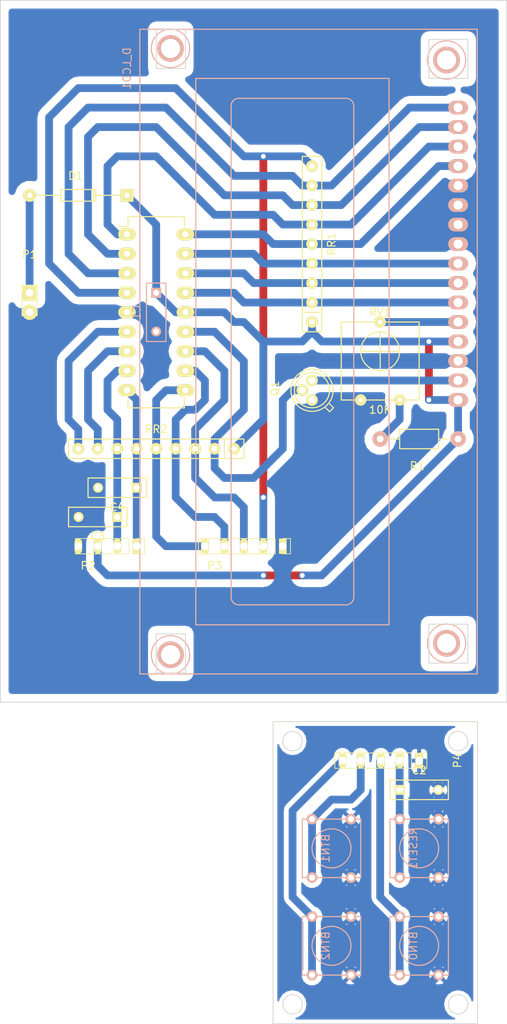
<source format=kicad_pcb>
(kicad_pcb (version 4) (host pcbnew "(2015-07-09 BZR 5913, Git 33e1797)-product")

  (general
    (links 80)
    (no_connects 7)
    (area 52.019999 36.779999 118.160001 170.230001)
    (thickness 1.6)
    (drawings 28)
    (tracks 215)
    (zones 0)
    (modules 20)
    (nets 23)
  )

  (page A4)
  (title_block
    (title "Key Refiller LCD")
    (rev 1.4)
  )

  (layers
    (0 F.Cu signal)
    (31 B.Cu signal)
    (32 B.Adhes user)
    (33 F.Adhes user)
    (34 B.Paste user)
    (35 F.Paste user)
    (36 B.SilkS user)
    (37 F.SilkS user)
    (38 B.Mask user)
    (39 F.Mask user)
    (40 Dwgs.User user)
    (41 Cmts.User user)
    (42 Eco1.User user)
    (43 Eco2.User user)
    (44 Edge.Cuts user)
    (45 Margin user)
    (46 B.CrtYd user)
    (47 F.CrtYd user)
    (48 B.Fab user)
    (49 F.Fab user)
  )

  (setup
    (last_trace_width 1.016)
    (trace_clearance 0.635)
    (zone_clearance 1.016)
    (zone_45_only no)
    (trace_min 0.2)
    (segment_width 0.2)
    (edge_width 0.1)
    (via_size 0.889)
    (via_drill 0.635)
    (via_min_size 0.4)
    (via_min_drill 0.3)
    (uvia_size 0.508)
    (uvia_drill 0.127)
    (uvias_allowed no)
    (uvia_min_size 0.2)
    (uvia_min_drill 0.1)
    (pcb_text_width 0.3)
    (pcb_text_size 1.5 1.5)
    (mod_edge_width 0.15)
    (mod_text_size 1 1)
    (mod_text_width 0.15)
    (pad_size 1.524 1.524)
    (pad_drill 0.889)
    (pad_to_mask_clearance 0)
    (aux_axis_origin 0 0)
    (visible_elements 7FFFFFFF)
    (pcbplotparams
      (layerselection 0x00030_80000001)
      (usegerberextensions false)
      (excludeedgelayer true)
      (linewidth 0.100000)
      (plotframeref false)
      (viasonmask false)
      (mode 1)
      (useauxorigin false)
      (hpglpennumber 1)
      (hpglpenspeed 20)
      (hpglpendiameter 15)
      (hpglpenoverlay 2)
      (psnegative false)
      (psa4output false)
      (plotreference true)
      (plotvalue true)
      (plotinvisibletext false)
      (padsonsilk false)
      (subtractmaskfromsilk false)
      (outputformat 1)
      (mirror false)
      (drillshape 1)
      (scaleselection 1)
      (outputdirectory ""))
  )

  (net 0 "")
  (net 1 BTN0)
  (net 2 VSS)
  (net 3 BTN1)
  (net 4 BTN2)
  (net 5 VDD)
  (net 6 RESET)
  (net 7 SCL)
  (net 8 SDA)
  (net 9 VO)
  (net 10 RS)
  (net 11 RW)
  (net 12 E)
  (net 13 DT4)
  (net 14 DT5)
  (net 15 DT6)
  (net 16 DT7)
  (net 17 K)
  (net 18 BACKLIGHT)
  (net 19 RB1)
  (net 20 RB0)
  (net 21 "Net-(D1-Pad2)")
  (net 22 "Net-(R1-Pad2)")

  (net_class Default "Questo è il gruppo di collegamenti predefinito"
    (clearance 0.635)
    (trace_width 1.016)
    (via_dia 0.889)
    (via_drill 0.635)
    (uvia_dia 0.508)
    (uvia_drill 0.127)
    (add_net BACKLIGHT)
    (add_net BTN0)
    (add_net BTN1)
    (add_net BTN2)
    (add_net DT4)
    (add_net DT5)
    (add_net DT6)
    (add_net DT7)
    (add_net E)
    (add_net K)
    (add_net "Net-(D1-Pad2)")
    (add_net "Net-(R1-Pad2)")
    (add_net RB0)
    (add_net RB1)
    (add_net RESET)
    (add_net RS)
    (add_net RW)
    (add_net SCL)
    (add_net SDA)
    (add_net VDD)
    (add_net VO)
    (add_net VSS)
  )

  (module Buttons_Switches_ThroughHole:SW_PUSH_SMALL (layer B.Cu) (tedit 0) (tstamp 55A148DE)
    (at 106.68 160.02 270)
    (path /55A030EB)
    (fp_text reference BTN0 (at 0 0.762 270) (layer B.SilkS)
      (effects (font (size 1 1) (thickness 0.15)) (justify mirror))
    )
    (fp_text value SW_PUSH_SMALL (at 0 -1.016 270) (layer B.Fab)
      (effects (font (size 1 1) (thickness 0.15)) (justify mirror))
    )
    (fp_circle (center 0 0) (end 0 2.54) (layer B.SilkS) (width 0.15))
    (fp_line (start -3.81 3.81) (end 3.81 3.81) (layer B.SilkS) (width 0.15))
    (fp_line (start 3.81 3.81) (end 3.81 -3.81) (layer B.SilkS) (width 0.15))
    (fp_line (start 3.81 -3.81) (end -3.81 -3.81) (layer B.SilkS) (width 0.15))
    (fp_line (start -3.81 3.81) (end -3.81 -3.81) (layer B.SilkS) (width 0.15))
    (pad 1 thru_hole circle (at 3.81 2.54 270) (size 1.397 1.397) (drill 0.8128) (layers *.Cu *.Mask B.SilkS)
      (net 1 BTN0))
    (pad 2 thru_hole circle (at 3.81 -2.54 270) (size 1.397 1.397) (drill 0.8128) (layers *.Cu *.Mask B.SilkS)
      (net 2 VSS))
    (pad 1 thru_hole circle (at -3.81 2.54 270) (size 1.397 1.397) (drill 0.8128) (layers *.Cu *.Mask B.SilkS)
      (net 1 BTN0))
    (pad 2 thru_hole circle (at -3.81 -2.54 270) (size 1.397 1.397) (drill 0.8128) (layers *.Cu *.Mask B.SilkS)
      (net 2 VSS))
  )

  (module Buttons_Switches_ThroughHole:SW_PUSH_SMALL (layer B.Cu) (tedit 0) (tstamp 55A148E6)
    (at 95.25 147.32 270)
    (path /55A030F8)
    (fp_text reference BTN1 (at 0 0.762 270) (layer B.SilkS)
      (effects (font (size 1 1) (thickness 0.15)) (justify mirror))
    )
    (fp_text value SW_PUSH_SMALL (at 0 -1.016 270) (layer B.Fab)
      (effects (font (size 1 1) (thickness 0.15)) (justify mirror))
    )
    (fp_circle (center 0 0) (end 0 2.54) (layer B.SilkS) (width 0.15))
    (fp_line (start -3.81 3.81) (end 3.81 3.81) (layer B.SilkS) (width 0.15))
    (fp_line (start 3.81 3.81) (end 3.81 -3.81) (layer B.SilkS) (width 0.15))
    (fp_line (start 3.81 -3.81) (end -3.81 -3.81) (layer B.SilkS) (width 0.15))
    (fp_line (start -3.81 3.81) (end -3.81 -3.81) (layer B.SilkS) (width 0.15))
    (pad 1 thru_hole circle (at 3.81 2.54 270) (size 1.397 1.397) (drill 0.8128) (layers *.Cu *.Mask B.SilkS)
      (net 3 BTN1))
    (pad 2 thru_hole circle (at 3.81 -2.54 270) (size 1.397 1.397) (drill 0.8128) (layers *.Cu *.Mask B.SilkS)
      (net 2 VSS))
    (pad 1 thru_hole circle (at -3.81 2.54 270) (size 1.397 1.397) (drill 0.8128) (layers *.Cu *.Mask B.SilkS)
      (net 3 BTN1))
    (pad 2 thru_hole circle (at -3.81 -2.54 270) (size 1.397 1.397) (drill 0.8128) (layers *.Cu *.Mask B.SilkS)
      (net 2 VSS))
  )

  (module Buttons_Switches_ThroughHole:SW_PUSH_SMALL (layer B.Cu) (tedit 0) (tstamp 55A148EE)
    (at 95.25 160.02 270)
    (path /55A030FE)
    (fp_text reference BTN2 (at 0 0.762 270) (layer B.SilkS)
      (effects (font (size 1 1) (thickness 0.15)) (justify mirror))
    )
    (fp_text value SW_PUSH_SMALL (at 0 -1.016 270) (layer B.Fab)
      (effects (font (size 1 1) (thickness 0.15)) (justify mirror))
    )
    (fp_circle (center 0 0) (end 0 2.54) (layer B.SilkS) (width 0.15))
    (fp_line (start -3.81 3.81) (end 3.81 3.81) (layer B.SilkS) (width 0.15))
    (fp_line (start 3.81 3.81) (end 3.81 -3.81) (layer B.SilkS) (width 0.15))
    (fp_line (start 3.81 -3.81) (end -3.81 -3.81) (layer B.SilkS) (width 0.15))
    (fp_line (start -3.81 3.81) (end -3.81 -3.81) (layer B.SilkS) (width 0.15))
    (pad 1 thru_hole circle (at 3.81 2.54 270) (size 1.397 1.397) (drill 0.8128) (layers *.Cu *.Mask B.SilkS)
      (net 4 BTN2))
    (pad 2 thru_hole circle (at 3.81 -2.54 270) (size 1.397 1.397) (drill 0.8128) (layers *.Cu *.Mask B.SilkS)
      (net 2 VSS))
    (pad 1 thru_hole circle (at -3.81 2.54 270) (size 1.397 1.397) (drill 0.8128) (layers *.Cu *.Mask B.SilkS)
      (net 4 BTN2))
    (pad 2 thru_hole circle (at -3.81 -2.54 270) (size 1.397 1.397) (drill 0.8128) (layers *.Cu *.Mask B.SilkS)
      (net 2 VSS))
  )

  (module Display:RC1602A (layer B.Cu) (tedit 0) (tstamp 55A14938)
    (at 111.76 83.82 270)
    (descr http://www.raystar-optronics.com/down.php?ProID=18)
    (tags "LCD 16x2 Alphanumeric 16pin")
    (path /55A028D6)
    (fp_text reference D_LCD1 (at -38.1 43.18 270) (layer B.SilkS)
      (effects (font (size 1 1) (thickness 0.15)) (justify mirror))
    )
    (fp_text value DISPLAY_LCD1602_KA_RIGHT (at 0 21.59 270) (layer B.Fab)
      (effects (font (size 1 1) (thickness 0.15)) (justify mirror))
    )
    (fp_line (start -34.2265 14.60246) (end -34.2265 28.60294) (layer B.SilkS) (width 0.15))
    (fp_line (start 30.77464 13.60424) (end -33.22574 13.60424) (layer B.SilkS) (width 0.15))
    (fp_line (start 31.77286 28.60294) (end 31.77286 14.60246) (layer B.SilkS) (width 0.15))
    (fp_line (start -33.22574 29.6037) (end 30.77464 29.6037) (layer B.SilkS) (width 0.15))
    (fp_arc (start 30.77464 28.60294) (end 30.77464 29.6037) (angle -90) (layer B.SilkS) (width 0.15))
    (fp_arc (start 30.77464 14.60246) (end 31.77286 14.60246) (angle -90) (layer B.SilkS) (width 0.15))
    (fp_arc (start -33.22574 14.60246) (end -33.22574 13.60424) (angle -90) (layer B.SilkS) (width 0.15))
    (fp_arc (start -33.22574 28.60294) (end -34.2265 28.60294) (angle -90) (layer B.SilkS) (width 0.15))
    (fp_line (start -36.82492 34.20364) (end 34.37382 34.20364) (layer B.SilkS) (width 0.15))
    (fp_line (start 34.37382 34.20364) (end 34.37382 9.0043) (layer B.SilkS) (width 0.15))
    (fp_line (start 34.37382 9.0043) (end -36.82492 9.0043) (layer B.SilkS) (width 0.15))
    (fp_line (start -36.82492 9.0043) (end -36.82492 34.20364) (layer B.SilkS) (width 0.15))
    (fp_circle (center -40.72636 37.5031) (end -38.22446 37.5031) (layer B.SilkS) (width 0.15))
    (fp_circle (center 38.27526 37.5031) (end 40.77462 37.5031) (layer B.SilkS) (width 0.15))
    (fp_circle (center 36.77412 1.50368) (end 39.27348 1.50368) (layer B.SilkS) (width 0.15))
    (fp_circle (center -39.22522 1.50368) (end -36.72586 1.50368) (layer B.SilkS) (width 0.15))
    (fp_line (start 40.77462 41.5036) (end 40.77462 -2.49682) (layer B.SilkS) (width 0.15))
    (fp_line (start 40.77462 -2.49682) (end -43.22572 -2.49682) (layer B.SilkS) (width 0.15))
    (fp_line (start 40.77462 41.5036) (end -43.22572 41.5036) (layer B.SilkS) (width 0.15))
    (fp_line (start -43.22572 41.5036) (end -43.22572 -2.49682) (layer B.SilkS) (width 0.15))
    (pad 1 thru_hole oval (at 0 0 270) (size 1.8 2.6) (drill 1.2) (layers *.Cu *.Mask B.SilkS)
      (net 2 VSS))
    (pad 2 thru_hole oval (at -2.54 0 270) (size 1.8 2.6) (drill 1.2) (layers *.Cu *.Mask B.SilkS)
      (net 5 VDD))
    (pad 3 thru_hole oval (at -5.08 0 270) (size 1.8 2.6) (drill 1.2) (layers *.Cu *.Mask B.SilkS)
      (net 9 VO))
    (pad 4 thru_hole oval (at -7.62 0 270) (size 1.8 2.6) (drill 1.2) (layers *.Cu *.Mask B.SilkS)
      (net 10 RS))
    (pad 5 thru_hole oval (at -10.16 0 270) (size 1.8 2.6) (drill 1.2) (layers *.Cu *.Mask B.SilkS)
      (net 11 RW))
    (pad 6 thru_hole oval (at -12.7 0 270) (size 1.8 2.6) (drill 1.2) (layers *.Cu *.Mask B.SilkS)
      (net 12 E))
    (pad 7 thru_hole oval (at -15.24 0 270) (size 1.8 2.6) (drill 1.2) (layers *.Cu *.Mask B.SilkS)
      (net 2 VSS))
    (pad 8 thru_hole oval (at -17.78 0 270) (size 1.8 2.6) (drill 1.2) (layers *.Cu *.Mask B.SilkS)
      (net 2 VSS))
    (pad 9 thru_hole oval (at -20.32 0 270) (size 1.8 2.6) (drill 1.2) (layers *.Cu *.Mask B.SilkS)
      (net 2 VSS))
    (pad 10 thru_hole oval (at -22.86 0 270) (size 1.8 2.6) (drill 1.2) (layers *.Cu *.Mask B.SilkS)
      (net 2 VSS))
    (pad 11 thru_hole oval (at -25.4 0 270) (size 1.8 2.6) (drill 1.2) (layers *.Cu *.Mask B.SilkS)
      (net 13 DT4))
    (pad 12 thru_hole oval (at -27.94 0 270) (size 1.8 2.6) (drill 1.2) (layers *.Cu *.Mask B.SilkS)
      (net 14 DT5))
    (pad 13 thru_hole oval (at -30.48508 0.00254 270) (size 1.8 2.6) (drill 1.2) (layers *.Cu *.Mask B.SilkS)
      (net 15 DT6))
    (pad 14 thru_hole oval (at -33.02 0 270) (size 1.8 2.6) (drill 1.2) (layers *.Cu *.Mask B.SilkS)
      (net 16 DT7))
    (pad 15 thru_hole oval (at 5.08 0 270) (size 1.8 2.6) (drill 1.2) (layers *.Cu *.Mask B.SilkS)
      (net 5 VDD))
    (pad 16 thru_hole oval (at 2.53492 0.00254 270) (size 1.8 2.6) (drill 1.2) (layers *.Cu *.Mask B.SilkS)
      (net 17 K))
    (pad 0 thru_hole circle (at -39.22522 1.50368 270) (size 3.5 3.5) (drill 2.5) (layers *.Cu *.Mask B.SilkS))
    (pad 0 thru_hole circle (at -40.72636 37.5031 270) (size 3.5 3.5) (drill 2.5) (layers *.Cu *.Mask B.SilkS))
    (pad 0 thru_hole circle (at 38.27526 37.5031 270) (size 3.5 3.5) (drill 2.5) (layers *.Cu *.Mask B.SilkS))
    (pad 0 thru_hole circle (at 36.77412 1.50368 270) (size 3.5 3.5) (drill 2.5) (layers *.Cu *.Mask B.SilkS))
  )

  (module Pin_Headers:Pin_Header_Straight_1x02 (layer F.Cu) (tedit 55A0A778) (tstamp 55A1493E)
    (at 55.88 74.93)
    (descr "Through hole pin header")
    (tags "pin header")
    (path /55A03763)
    (fp_text reference P1 (at 0 -5) (layer F.SilkS)
      (effects (font (size 1 1) (thickness 0.15)))
    )
    (fp_text value POWER (at 0 -3) (layer F.Fab)
      (effects (font (size 1 1) (thickness 0.15)))
    )
    (fp_line (start 1 1) (end 1 3) (layer F.SilkS) (width 0))
    (fp_line (start 1 -1) (end 1 0) (layer F.SilkS) (width 0))
    (fp_line (start -1 -1) (end -1 4) (layer F.CrtYd) (width 0))
    (fp_line (start 1 -1) (end 1 4) (layer F.CrtYd) (width 0))
    (fp_line (start -1 -1) (end 1 -1) (layer F.CrtYd) (width 0))
    (fp_line (start -1 4) (end 1 4) (layer F.CrtYd) (width 0))
    (fp_line (start 1 1) (end -1 1) (layer F.SilkS) (width 0))
    (fp_line (start -1 0) (end -1 -1) (layer F.SilkS) (width 0))
    (fp_line (start -1 -1) (end 1 -1) (layer F.SilkS) (width 0))
    (fp_line (start -1 1) (end -1 3) (layer F.SilkS) (width 0))
    (fp_line (start -1 3) (end 1 3) (layer F.SilkS) (width 0))
    (pad 1 thru_hole rect (at 0 0) (size 2 2) (drill 1) (layers *.Cu *.Mask F.SilkS)
      (net 21 "Net-(D1-Pad2)"))
    (pad 2 thru_hole oval (at 0 2.54) (size 2 2) (drill 1) (layers *.Cu *.Mask F.SilkS)
      (net 2 VSS))
    (model Pin_Headers.3dshapes/Pin_Header_Straight_1x02.wrl
      (at (xyz 0 -0 0))
      (scale (xyz 1 1 1))
      (rotate (xyz 0 0 90))
    )
  )

  (module Pin_Headers:Pin_Header_Straight_1x04 (layer F.Cu) (tedit 55A0A8CD) (tstamp 55A14946)
    (at 69.85 107.95 270)
    (descr "Through hole pin header")
    (tags "pin header")
    (path /55A03EF3)
    (fp_text reference P2 (at 2.54 6.35 360) (layer F.SilkS)
      (effects (font (size 1 1) (thickness 0.15)))
    )
    (fp_text value I2C (at 2.54 1.27 360) (layer F.Fab)
      (effects (font (size 1 1) (thickness 0.15)))
    )
    (fp_line (start -1 -1) (end -1 9) (layer F.CrtYd) (width 0))
    (fp_line (start 1 -1) (end 1 9) (layer F.CrtYd) (width 0))
    (fp_line (start -1 -1) (end 1 -1) (layer F.CrtYd) (width 0))
    (fp_line (start -1 9) (end 1 9) (layer F.CrtYd) (width 0))
    (fp_line (start -1 1) (end -1 8) (layer F.SilkS) (width 0))
    (fp_line (start 1 1) (end 1 8) (layer F.SilkS) (width 0))
    (fp_line (start 1 -1) (end 1 0) (layer F.SilkS) (width 0))
    (fp_line (start -1 8) (end 1 8) (layer F.SilkS) (width 0))
    (fp_line (start 1 1) (end -1 1) (layer F.SilkS) (width 0))
    (fp_line (start -1 0) (end -1 -1) (layer F.SilkS) (width 0))
    (fp_line (start -1 -1) (end 1 -1) (layer F.SilkS) (width 0))
    (pad 1 thru_hole rect (at 0 0 270) (size 2 1) (drill 1) (layers *.Cu *.Mask F.SilkS)
      (net 8 SDA))
    (pad 2 thru_hole oval (at 0 2.54 270) (size 2 1) (drill 1) (layers *.Cu *.Mask F.SilkS)
      (net 7 SCL))
    (pad 3 thru_hole oval (at 0 5.08 270) (size 2 1) (drill 1) (layers *.Cu *.Mask F.SilkS)
      (net 5 VDD))
    (pad 4 thru_hole oval (at 0 7.62 270) (size 2 1) (drill 1) (layers *.Cu *.Mask F.SilkS)
      (net 2 VSS))
    (model Pin_Headers.3dshapes/Pin_Header_Straight_1x04.wrl
      (at (xyz 0 -0 0))
      (scale (xyz 1 1 1))
      (rotate (xyz 0 0 90))
    )
  )

  (module Pin_Headers:Pin_Header_Straight_1x05 (layer F.Cu) (tedit 55A0A928) (tstamp 55A1494F)
    (at 88.9 107.95 270)
    (descr "Through hole pin header")
    (tags "pin header")
    (path /55A068B8)
    (fp_text reference P3 (at 2.54 8.89 360) (layer F.SilkS)
      (effects (font (size 1 1) (thickness 0.15)))
    )
    (fp_text value BUTTONS (at 2.54 1.27 360) (layer F.Fab)
      (effects (font (size 1 1) (thickness 0.15)))
    )
    (fp_line (start -1 0) (end -1 -1) (layer F.SilkS) (width 0))
    (fp_line (start -1 -1) (end 1 -1) (layer F.SilkS) (width 0))
    (fp_line (start 1 -1) (end 1 0) (layer F.SilkS) (width 0))
    (fp_line (start -1 -1) (end -1 11) (layer F.CrtYd) (width 0))
    (fp_line (start 1 -1) (end 1 11) (layer F.CrtYd) (width 0))
    (fp_line (start -1 -1) (end 1 -1) (layer F.CrtYd) (width 0))
    (fp_line (start -1 11) (end 1 11) (layer F.CrtYd) (width 0))
    (fp_line (start 1 1) (end 1 11) (layer F.SilkS) (width 0))
    (fp_line (start 1 11) (end -1 11) (layer F.SilkS) (width 0))
    (fp_line (start -1 11) (end -1 1) (layer F.SilkS) (width 0))
    (fp_line (start 1 1) (end -1 1) (layer F.SilkS) (width 0))
    (pad 1 thru_hole rect (at 0 0 270) (size 2 1) (drill 1) (layers *.Cu *.Mask F.SilkS)
      (net 2 VSS))
    (pad 2 thru_hole oval (at 0 2.54 270) (size 2 1) (drill 1) (layers *.Cu *.Mask F.SilkS)
      (net 6 RESET))
    (pad 3 thru_hole oval (at 0 5.08 270) (size 2 1) (drill 1) (layers *.Cu *.Mask F.SilkS)
      (net 1 BTN0))
    (pad 4 thru_hole oval (at 0 7.62 270) (size 2 1) (drill 1) (layers *.Cu *.Mask F.SilkS)
      (net 3 BTN1))
    (pad 5 thru_hole oval (at 0 10.16 270) (size 2 1) (drill 1) (layers *.Cu *.Mask F.SilkS)
      (net 4 BTN2))
    (model Pin_Headers.3dshapes/Pin_Header_Straight_1x05.wrl
      (at (xyz 0 -0 0))
      (scale (xyz 1 1 1))
      (rotate (xyz 0 0 90))
    )
  )

  (module Pin_Headers:Pin_Header_Straight_1x05 (layer F.Cu) (tedit 55A0B335) (tstamp 55A14958)
    (at 106.68 135.89 270)
    (descr "Through hole pin header")
    (tags "pin header")
    (path /55A06CBE)
    (fp_text reference P4 (at 0 -5 270) (layer F.SilkS)
      (effects (font (size 1 1) (thickness 0.15)))
    )
    (fp_text value BUTTONS (at 0 -3 270) (layer F.Fab)
      (effects (font (size 1 1) (thickness 0.15)))
    )
    (fp_line (start -1 0) (end -1 -1) (layer F.SilkS) (width 0))
    (fp_line (start -1 -1) (end 1 -1) (layer F.SilkS) (width 0))
    (fp_line (start 1 -1) (end 1 0) (layer F.SilkS) (width 0))
    (fp_line (start -1 -1) (end -1 11) (layer F.CrtYd) (width 0))
    (fp_line (start 1 -1) (end 1 11) (layer F.CrtYd) (width 0))
    (fp_line (start -1 -1) (end 1 -1) (layer F.CrtYd) (width 0))
    (fp_line (start -1 11) (end 1 11) (layer F.CrtYd) (width 0))
    (fp_line (start 1 1) (end 1 11) (layer F.SilkS) (width 0))
    (fp_line (start 1 11) (end -1 11) (layer F.SilkS) (width 0))
    (fp_line (start -1 11) (end -1 1) (layer F.SilkS) (width 0))
    (fp_line (start 1 1) (end -1 1) (layer F.SilkS) (width 0))
    (pad 1 thru_hole rect (at 0 0 270) (size 2 1) (drill 1) (layers *.Cu *.Mask F.SilkS)
      (net 2 VSS))
    (pad 2 thru_hole oval (at 0 2.54 270) (size 2 1) (drill 1) (layers *.Cu *.Mask F.SilkS)
      (net 6 RESET))
    (pad 3 thru_hole oval (at 0 5 270) (size 2 1) (drill 1) (layers *.Cu *.Mask F.SilkS)
      (net 1 BTN0))
    (pad 4 thru_hole oval (at 0 7.62 270) (size 2 1) (drill 1) (layers *.Cu *.Mask F.SilkS)
      (net 3 BTN1))
    (pad 5 thru_hole oval (at 0 10 270) (size 2 1) (drill 1) (layers *.Cu *.Mask F.SilkS)
      (net 4 BTN2))
    (model Pin_Headers.3dshapes/Pin_Header_Straight_1x05.wrl
      (at (xyz 0 -0 0))
      (scale (xyz 1 1 1))
      (rotate (xyz 0 0 90))
    )
  )

  (module Buttons_Switches_ThroughHole:SW_PUSH_SMALL (layer B.Cu) (tedit 0) (tstamp 55A1496C)
    (at 106.68 147.32 270)
    (path /55A03104)
    (fp_text reference RESET1 (at 0 0.762 270) (layer B.SilkS)
      (effects (font (size 1 1) (thickness 0.15)) (justify mirror))
    )
    (fp_text value SW_PUSH_SMALL (at 0 -1.016 270) (layer B.Fab)
      (effects (font (size 1 1) (thickness 0.15)) (justify mirror))
    )
    (fp_circle (center 0 0) (end 0 2.54) (layer B.SilkS) (width 0.15))
    (fp_line (start -3.81 3.81) (end 3.81 3.81) (layer B.SilkS) (width 0.15))
    (fp_line (start 3.81 3.81) (end 3.81 -3.81) (layer B.SilkS) (width 0.15))
    (fp_line (start 3.81 -3.81) (end -3.81 -3.81) (layer B.SilkS) (width 0.15))
    (fp_line (start -3.81 3.81) (end -3.81 -3.81) (layer B.SilkS) (width 0.15))
    (pad 1 thru_hole circle (at 3.81 2.54 270) (size 1.397 1.397) (drill 0.8128) (layers *.Cu *.Mask B.SilkS)
      (net 6 RESET))
    (pad 2 thru_hole circle (at 3.81 -2.54 270) (size 1.397 1.397) (drill 0.8128) (layers *.Cu *.Mask B.SilkS)
      (net 2 VSS))
    (pad 1 thru_hole circle (at -3.81 2.54 270) (size 1.397 1.397) (drill 0.8128) (layers *.Cu *.Mask B.SilkS)
      (net 6 RESET))
    (pad 2 thru_hole circle (at -3.81 -2.54 270) (size 1.397 1.397) (drill 0.8128) (layers *.Cu *.Mask B.SilkS)
      (net 2 VSS))
  )

  (module Resistors_ThroughHole:r_sil_9 (layer F.Cu) (tedit 55A0950A) (tstamp 55A1497E)
    (at 92.71 68.58 90)
    (path /55A02CEC)
    (fp_text reference RR1 (at 0 2.54 90) (layer F.SilkS)
      (effects (font (size 1 1) (thickness 0.15)))
    )
    (fp_text value 10K (at 0 -2.54 90) (layer F.Fab)
      (effects (font (size 1 1) (thickness 0.15)))
    )
    (fp_line (start -8.89 -1.27) (end -8.89 1.27) (layer F.SilkS) (width 0.15))
    (fp_line (start -11.43 -1.27) (end -11.43 1.27) (layer F.SilkS) (width 0.15))
    (fp_line (start -11.43 1.27) (end 11.43 1.27) (layer F.SilkS) (width 0.15))
    (fp_line (start 11.43 1.27) (end 11.43 -1.27) (layer F.SilkS) (width 0.15))
    (fp_line (start 11.43 -1.27) (end -11.43 -1.27) (layer F.SilkS) (width 0.15))
    (pad 1 thru_hole circle (at -10.16 0 90) (size 1.524 1.524) (drill 0.762) (layers *.Cu *.Mask F.SilkS)
      (net 5 VDD))
    (pad 2 thru_hole circle (at -7.62 0 90) (size 1.524 1.524) (drill 0.762) (layers *.Cu *.Mask F.SilkS)
      (net 10 RS))
    (pad 3 thru_hole circle (at -5.08 0 90) (size 1.524 1.524) (drill 0.762) (layers *.Cu *.Mask F.SilkS)
      (net 11 RW))
    (pad 4 thru_hole circle (at -2.54 0 90) (size 1.524 1.524) (drill 0.762) (layers *.Cu *.Mask F.SilkS)
      (net 12 E))
    (pad 5 thru_hole circle (at 0 0 90) (size 1.524 1.524) (drill 0.762) (layers *.Cu *.Mask F.SilkS)
      (net 13 DT4))
    (pad 6 thru_hole circle (at 2.54 0 90) (size 1.524 1.524) (drill 0.762) (layers *.Cu *.Mask F.SilkS)
      (net 14 DT5))
    (pad 7 thru_hole circle (at 5.08 0 90) (size 1.524 1.524) (drill 0.762) (layers *.Cu *.Mask F.SilkS)
      (net 15 DT6))
    (pad 8 thru_hole circle (at 7.62 0 90) (size 1.524 1.524) (drill 0.762) (layers *.Cu *.Mask F.SilkS)
      (net 16 DT7))
    (pad 9 thru_hole circle (at 10.16 0 90) (size 1.524 1.524) (drill 0.762) (layers *.Cu *.Mask F.SilkS)
      (net 6 RESET))
  )

  (module Resistors_ThroughHole:r_sil_9 (layer F.Cu) (tedit 55A0950A) (tstamp 55A14990)
    (at 72.39 95.25 180)
    (path /55A02CF9)
    (fp_text reference RR2 (at 0 2.54 180) (layer F.SilkS)
      (effects (font (size 1 1) (thickness 0.15)))
    )
    (fp_text value 10K (at 0 -2.54 180) (layer F.Fab)
      (effects (font (size 1 1) (thickness 0.15)))
    )
    (fp_line (start -8.89 -1.27) (end -8.89 1.27) (layer F.SilkS) (width 0.15))
    (fp_line (start -11.43 -1.27) (end -11.43 1.27) (layer F.SilkS) (width 0.15))
    (fp_line (start -11.43 1.27) (end 11.43 1.27) (layer F.SilkS) (width 0.15))
    (fp_line (start 11.43 1.27) (end 11.43 -1.27) (layer F.SilkS) (width 0.15))
    (fp_line (start 11.43 -1.27) (end -11.43 -1.27) (layer F.SilkS) (width 0.15))
    (pad 1 thru_hole circle (at -10.16 0 180) (size 1.524 1.524) (drill 0.762) (layers *.Cu *.Mask F.SilkS)
      (net 5 VDD))
    (pad 2 thru_hole circle (at -7.62 0 180) (size 1.524 1.524) (drill 0.762) (layers *.Cu *.Mask F.SilkS)
      (net 18 BACKLIGHT))
    (pad 3 thru_hole circle (at -5.08 0 180) (size 1.524 1.524) (drill 0.762) (layers *.Cu *.Mask F.SilkS)
      (net 1 BTN0))
    (pad 4 thru_hole circle (at -2.54 0 180) (size 1.524 1.524) (drill 0.762) (layers *.Cu *.Mask F.SilkS)
      (net 3 BTN1))
    (pad 5 thru_hole circle (at 0 0 180) (size 1.524 1.524) (drill 0.762) (layers *.Cu *.Mask F.SilkS)
      (net 4 BTN2))
    (pad 6 thru_hole circle (at 2.54 0 180) (size 1.524 1.524) (drill 0.762) (layers *.Cu *.Mask F.SilkS)
      (net 8 SDA))
    (pad 7 thru_hole circle (at 5.08 0 180) (size 1.524 1.524) (drill 0.762) (layers *.Cu *.Mask F.SilkS)
      (net 7 SCL))
    (pad 8 thru_hole circle (at 7.62 0 180) (size 1.524 1.524) (drill 0.762) (layers *.Cu *.Mask F.SilkS)
      (net 19 RB1))
    (pad 9 thru_hole circle (at 10.16 0 180) (size 1.524 1.524) (drill 0.762) (layers *.Cu *.Mask F.SilkS)
      (net 20 RB0))
  )

  (module Housings_DIP:DIP-18_W7.62mm_LongPads (layer F.Cu) (tedit 54130A77) (tstamp 55A149B8)
    (at 68.58 67.31)
    (descr "18-lead dip package, row spacing 7.62 mm (300 mils), longer pads")
    (tags "dil dip 2.54 300")
    (path /55A11C48)
    (fp_text reference U1 (at 0 -5.22) (layer F.SilkS)
      (effects (font (size 1 1) (thickness 0.15)))
    )
    (fp_text value PIC16F628A (at 0 -3.72) (layer F.Fab)
      (effects (font (size 1 1) (thickness 0.15)))
    )
    (fp_line (start -1.4 -2.45) (end -1.4 22.8) (layer F.CrtYd) (width 0.05))
    (fp_line (start 9 -2.45) (end 9 22.8) (layer F.CrtYd) (width 0.05))
    (fp_line (start -1.4 -2.45) (end 9 -2.45) (layer F.CrtYd) (width 0.05))
    (fp_line (start -1.4 22.8) (end 9 22.8) (layer F.CrtYd) (width 0.05))
    (fp_line (start 0.135 -2.295) (end 0.135 -1.025) (layer F.SilkS) (width 0.15))
    (fp_line (start 7.485 -2.295) (end 7.485 -1.025) (layer F.SilkS) (width 0.15))
    (fp_line (start 7.485 22.615) (end 7.485 21.345) (layer F.SilkS) (width 0.15))
    (fp_line (start 0.135 22.615) (end 0.135 21.345) (layer F.SilkS) (width 0.15))
    (fp_line (start 0.135 -2.295) (end 7.485 -2.295) (layer F.SilkS) (width 0.15))
    (fp_line (start 0.135 22.615) (end 7.485 22.615) (layer F.SilkS) (width 0.15))
    (fp_line (start 0.135 -1.025) (end -1.15 -1.025) (layer F.SilkS) (width 0.15))
    (pad 1 thru_hole oval (at 0 0) (size 2.3 1.6) (drill 0.8) (layers *.Cu *.Mask F.SilkS)
      (net 14 DT5))
    (pad 2 thru_hole oval (at 0 2.54) (size 2.3 1.6) (drill 0.8) (layers *.Cu *.Mask F.SilkS)
      (net 15 DT6))
    (pad 3 thru_hole oval (at 0 5.08) (size 2.3 1.6) (drill 0.8) (layers *.Cu *.Mask F.SilkS)
      (net 16 DT7))
    (pad 4 thru_hole oval (at 0 7.62) (size 2.3 1.6) (drill 0.8) (layers *.Cu *.Mask F.SilkS)
      (net 6 RESET))
    (pad 5 thru_hole oval (at 0 10.16) (size 2.3 1.6) (drill 0.8) (layers *.Cu *.Mask F.SilkS)
      (net 2 VSS))
    (pad 6 thru_hole oval (at 0 12.7) (size 2.3 1.6) (drill 0.8) (layers *.Cu *.Mask F.SilkS)
      (net 20 RB0))
    (pad 7 thru_hole oval (at 0 15.24) (size 2.3 1.6) (drill 0.8) (layers *.Cu *.Mask F.SilkS)
      (net 19 RB1))
    (pad 8 thru_hole oval (at 0 17.78) (size 2.3 1.6) (drill 0.8) (layers *.Cu *.Mask F.SilkS)
      (net 7 SCL))
    (pad 9 thru_hole oval (at 0 20.32) (size 2.3 1.6) (drill 0.8) (layers *.Cu *.Mask F.SilkS)
      (net 8 SDA))
    (pad 10 thru_hole oval (at 7.62 20.32) (size 2.3 1.6) (drill 0.8) (layers *.Cu *.Mask F.SilkS)
      (net 4 BTN2))
    (pad 11 thru_hole oval (at 7.62 17.78) (size 2.3 1.6) (drill 0.8) (layers *.Cu *.Mask F.SilkS)
      (net 3 BTN1))
    (pad 12 thru_hole oval (at 7.62 15.24) (size 2.3 1.6) (drill 0.8) (layers *.Cu *.Mask F.SilkS)
      (net 1 BTN0))
    (pad 13 thru_hole oval (at 7.62 12.7) (size 2.3 1.6) (drill 0.8) (layers *.Cu *.Mask F.SilkS)
      (net 18 BACKLIGHT))
    (pad 14 thru_hole oval (at 7.62 10.16) (size 2.3 1.6) (drill 0.8) (layers *.Cu *.Mask F.SilkS)
      (net 5 VDD))
    (pad 15 thru_hole oval (at 7.62 7.62) (size 2.3 1.6) (drill 0.8) (layers *.Cu *.Mask F.SilkS)
      (net 10 RS))
    (pad 16 thru_hole oval (at 7.62 5.08) (size 2.3 1.6) (drill 0.8) (layers *.Cu *.Mask F.SilkS)
      (net 11 RW))
    (pad 17 thru_hole oval (at 7.62 2.54) (size 2.3 1.6) (drill 0.8) (layers *.Cu *.Mask F.SilkS)
      (net 12 E))
    (pad 18 thru_hole oval (at 7.62 0) (size 2.3 1.6) (drill 0.8) (layers *.Cu *.Mask F.SilkS)
      (net 13 DT4))
    (model Housings_DIP.3dshapes/DIP-18_W7.62mm_LongPads.wrl
      (at (xyz 0 0 0))
      (scale (xyz 1 1 1))
      (rotate (xyz 0 0 0))
    )
  )

  (module Diode:Diode_DO-35_SOD27_Horizontal_RM10 (layer F.Cu) (tedit 55A0A1C8) (tstamp 55A1490C)
    (at 68.58 62.23 180)
    (descr "Diode, DO-35,  SOD27, Horizontal, RM 10mm")
    (tags "Diode, DO-35, SOD27, Horizontal, RM 10mm, 1N4148,")
    (path /55A04355)
    (fp_text reference D1 (at 6.70052 2.53746 180) (layer F.SilkS)
      (effects (font (size 1 1) (thickness 0.15)))
    )
    (fp_text value 1N4148 (at 6.35 -2.54 180) (layer F.Fab)
      (effects (font (size 1 1) (thickness 0.15)))
    )
    (fp_line (start 2.54 0) (end 0 0) (layer F.SilkS) (width 0.15))
    (fp_line (start 10.16 0) (end 12.7 0) (layer F.SilkS) (width 0.15))
    (fp_line (start 8.63652 -0.00254) (end 10.03352 -0.00254) (layer F.SilkS) (width 0.15))
    (fp_line (start 4.19152 -0.00254) (end 2.66752 -0.00254) (layer F.SilkS) (width 0.15))
    (fp_line (start 4.57252 -0.76454) (end 4.57252 0.75946) (layer F.SilkS) (width 0.15))
    (fp_line (start 4.31852 -0.76454) (end 4.31852 0.75946) (layer F.SilkS) (width 0.15))
    (fp_line (start 4.06452 -0.00254) (end 4.06452 0.75946) (layer F.SilkS) (width 0.15))
    (fp_line (start 4.06452 0.75946) (end 8.63652 0.75946) (layer F.SilkS) (width 0.15))
    (fp_line (start 8.63652 0.75946) (end 8.63652 -0.76454) (layer F.SilkS) (width 0.15))
    (fp_line (start 8.63652 -0.76454) (end 4.06452 -0.76454) (layer F.SilkS) (width 0.15))
    (fp_line (start 4.06452 -0.76454) (end 4.06452 -0.00254) (layer F.SilkS) (width 0.15))
    (pad 2 thru_hole circle (at 12.7 0) (size 1.69926 1.69926) (drill 0.70104) (layers *.Cu *.Mask F.SilkS)
      (net 21 "Net-(D1-Pad2)"))
    (pad 1 thru_hole rect (at 0.00052 -0.00254) (size 1.69926 1.69926) (drill 0.70104) (layers *.Cu *.Mask F.SilkS)
      (net 5 VDD))
    (model Diodes_ThroughHole.3dshapes/Diode_DO-35_SOD27_Horizontal_RM10.wrl
      (at (xyz 0.2 0 0))
      (scale (xyz 0.4 0.4 0.4))
      (rotate (xyz 0 0 180))
    )
  )

  (module Capacitors:C_Disc_D3_P2.5 (layer B.Cu) (tedit 55A0A54E) (tstamp 55A148F4)
    (at 72.39 77.47 270)
    (descr "Capacitor 3mm Disc, Pitch 2.5mm")
    (tags Capacitor)
    (path /55A034D3)
    (fp_text reference C1 (at 0 2.54 270) (layer B.SilkS)
      (effects (font (size 1 1) (thickness 0.15)) (justify mirror))
    )
    (fp_text value 100nF (at 0 -2.54 270) (layer B.Fab)
      (effects (font (size 1 1) (thickness 0.15)) (justify mirror))
    )
    (fp_line (start -3.81 1.27) (end 3.81 1.27) (layer B.SilkS) (width 0.15))
    (fp_line (start 3.81 1.27) (end 3.81 -1.27) (layer B.SilkS) (width 0.15))
    (fp_line (start 3.81 -1.27) (end -3.81 -1.27) (layer B.SilkS) (width 0.15))
    (fp_line (start -3.81 -1.27) (end -3.81 1.27) (layer B.SilkS) (width 0.15))
    (pad 1 thru_hole rect (at -2.54 0 270) (size 1.3 1.3) (drill 0.8) (layers *.Cu *.Mask B.SilkS)
      (net 5 VDD))
    (pad 2 thru_hole circle (at 2.5 0 270) (size 1.3 1.3) (drill 0.8001) (layers *.Cu *.Mask B.SilkS)
      (net 2 VSS))
    (model Capacitors_ThroughHole.3dshapes/C_Disc_D3_P2.5.wrl
      (at (xyz 0.0492126 0 0))
      (scale (xyz 1 1 1))
      (rotate (xyz 0 0 0))
    )
  )

  (module Capacitors:C_Disc_D3_P2.5 (layer F.Cu) (tedit 55A0A54E) (tstamp 55A14900)
    (at 64.77 104.14 180)
    (descr "Capacitor 3mm Disc, Pitch 2.5mm")
    (tags Capacitor)
    (path /55A040EA)
    (fp_text reference C3 (at 0 -2.54 180) (layer F.SilkS)
      (effects (font (size 1 1) (thickness 0.15)))
    )
    (fp_text value 220pF (at 0 2.54 180) (layer F.Fab)
      (effects (font (size 1 1) (thickness 0.15)))
    )
    (fp_line (start -3.81 -1.27) (end 3.81 -1.27) (layer F.SilkS) (width 0.15))
    (fp_line (start 3.81 -1.27) (end 3.81 1.27) (layer F.SilkS) (width 0.15))
    (fp_line (start 3.81 1.27) (end -3.81 1.27) (layer F.SilkS) (width 0.15))
    (fp_line (start -3.81 1.27) (end -3.81 -1.27) (layer F.SilkS) (width 0.15))
    (pad 1 thru_hole rect (at -2.54 0 180) (size 1.3 1.3) (drill 0.8) (layers *.Cu *.Mask F.SilkS)
      (net 7 SCL))
    (pad 2 thru_hole circle (at 2.5 0 180) (size 1.3 1.3) (drill 0.8001) (layers *.Cu *.Mask F.SilkS)
      (net 2 VSS))
    (model Capacitors_ThroughHole.3dshapes/C_Disc_D3_P2.5.wrl
      (at (xyz 0.0492126 0 0))
      (scale (xyz 1 1 1))
      (rotate (xyz 0 0 0))
    )
  )

  (module Capacitors:C_Disc_D3_P2.5 (layer F.Cu) (tedit 55A0A54E) (tstamp 55A14906)
    (at 67.31 100.33 180)
    (descr "Capacitor 3mm Disc, Pitch 2.5mm")
    (tags Capacitor)
    (path /55A040F0)
    (fp_text reference C4 (at 0 -2.54 180) (layer F.SilkS)
      (effects (font (size 1 1) (thickness 0.15)))
    )
    (fp_text value 220pF (at 0 2.54 180) (layer F.Fab)
      (effects (font (size 1 1) (thickness 0.15)))
    )
    (fp_line (start -3.81 -1.27) (end 3.81 -1.27) (layer F.SilkS) (width 0.15))
    (fp_line (start 3.81 -1.27) (end 3.81 1.27) (layer F.SilkS) (width 0.15))
    (fp_line (start 3.81 1.27) (end -3.81 1.27) (layer F.SilkS) (width 0.15))
    (fp_line (start -3.81 1.27) (end -3.81 -1.27) (layer F.SilkS) (width 0.15))
    (pad 1 thru_hole rect (at -2.54 0 180) (size 1.3 1.3) (drill 0.8) (layers *.Cu *.Mask F.SilkS)
      (net 8 SDA))
    (pad 2 thru_hole circle (at 2.5 0 180) (size 1.3 1.3) (drill 0.8001) (layers *.Cu *.Mask F.SilkS)
      (net 2 VSS))
    (model Capacitors_ThroughHole.3dshapes/C_Disc_D3_P2.5.wrl
      (at (xyz 0.0492126 0 0))
      (scale (xyz 1 1 1))
      (rotate (xyz 0 0 0))
    )
  )

  (module Capacitors:C_Disc_D3_P2.5 (layer F.Cu) (tedit 55A0A54E) (tstamp 55A148FA)
    (at 106.68 139.7)
    (descr "Capacitor 3mm Disc, Pitch 2.5mm")
    (tags Capacitor)
    (path /55A03116)
    (fp_text reference C2 (at 0 -2.54) (layer F.SilkS)
      (effects (font (size 1 1) (thickness 0.15)))
    )
    (fp_text value 100nF (at 0 2.54) (layer F.Fab)
      (effects (font (size 1 1) (thickness 0.15)))
    )
    (fp_line (start -3.81 -1.27) (end 3.81 -1.27) (layer F.SilkS) (width 0.15))
    (fp_line (start 3.81 -1.27) (end 3.81 1.27) (layer F.SilkS) (width 0.15))
    (fp_line (start 3.81 1.27) (end -3.81 1.27) (layer F.SilkS) (width 0.15))
    (fp_line (start -3.81 1.27) (end -3.81 -1.27) (layer F.SilkS) (width 0.15))
    (pad 1 thru_hole rect (at -2.54 0) (size 1.3 1.3) (drill 0.8) (layers *.Cu *.Mask F.SilkS)
      (net 6 RESET))
    (pad 2 thru_hole circle (at 2.5 0) (size 1.3 1.3) (drill 0.8001) (layers *.Cu *.Mask F.SilkS)
      (net 2 VSS))
    (model Capacitors_ThroughHole.3dshapes/C_Disc_D3_P2.5.wrl
      (at (xyz 0.0492126 0 0))
      (scale (xyz 1 1 1))
      (rotate (xyz 0 0 0))
    )
  )

  (module Resistors_ThroughHole:Resistor_Horizontal_RM10mm (layer F.Cu) (tedit 55E40A82) (tstamp 55E42BE6)
    (at 106.68 93.98 180)
    (descr "Resistor, Axial,  RM 10mm, 1/3W,")
    (tags "Resistor, Axial, RM 10mm, 1/3W,")
    (path /55E44CF9)
    (fp_text reference R1 (at 0.24892 -3.50012 180) (layer F.SilkS)
      (effects (font (size 1 1) (thickness 0.15)))
    )
    (fp_text value 15K (at 3.81 3.81 180) (layer F.Fab)
      (effects (font (size 1 1) (thickness 0.15)))
    )
    (fp_line (start -2.54 -1.27) (end 2.54 -1.27) (layer F.SilkS) (width 0.15))
    (fp_line (start 2.54 -1.27) (end 2.54 1.27) (layer F.SilkS) (width 0.15))
    (fp_line (start 2.54 1.27) (end -2.54 1.27) (layer F.SilkS) (width 0.15))
    (fp_line (start -2.54 1.27) (end -2.54 -1.27) (layer F.SilkS) (width 0.15))
    (fp_line (start -2.54 0) (end -3.81 0) (layer F.SilkS) (width 0.15))
    (fp_line (start 2.54 0) (end 3.81 0) (layer F.SilkS) (width 0.15))
    (pad 1 thru_hole circle (at -5.08 0 180) (size 2.032 2.032) (drill 0.889) (layers *.Cu *.SilkS *.Mask)
      (net 5 VDD))
    (pad 2 thru_hole circle (at 5.08 0 180) (size 2.032 2.032) (drill 0.889) (layers *.Cu *.SilkS *.Mask)
      (net 22 "Net-(R1-Pad2)"))
    (model Resistors_ThroughHole.3dshapes/Resistor_Horizontal_RM10mm.wrl
      (at (xyz 0 0 0))
      (scale (xyz 0.4 0.4 0.4))
      (rotate (xyz 0 0 0))
    )
  )

  (module Housings_TO-12_TO-18_TO-42_TO-43:TO-18_3Pin (layer F.Cu) (tedit 55E40F8D) (tstamp 55A14964)
    (at 92.71 87.63 90)
    (descr "TO-18, 3Pin,")
    (tags "TO-18, 3Pin,")
    (path /55A02ADF)
    (fp_text reference Q1 (at 0.254 -4.826 90) (layer F.SilkS)
      (effects (font (size 1 1) (thickness 0.15)))
    )
    (fp_text value 2N2222 (at 0 4.826 90) (layer F.Fab)
      (effects (font (size 1 1) (thickness 0.15)))
    )
    (fp_line (start -2.794 2.286) (end -2.286 1.778) (layer F.SilkS) (width 0.15))
    (fp_line (start -1.778 2.286) (end -2.286 2.794) (layer F.SilkS) (width 0.15))
    (fp_line (start -2.286 2.794) (end -2.794 2.286) (layer F.SilkS) (width 0.15))
    (fp_circle (center 0 0) (end 2.286 0) (layer F.SilkS) (width 0.15))
    (fp_circle (center 0 0) (end 2.75 0) (layer F.SilkS) (width 0.15))
    (pad 1 thru_hole circle (at -1.27 0 90) (size 1.524 1.524) (drill 0.889) (layers *.Cu *.Mask F.SilkS)
      (net 2 VSS))
    (pad 2 thru_hole circle (at 0 -1.27 90) (size 1.524 1.524) (drill 0.889) (layers *.Cu *.Mask F.SilkS)
      (net 18 BACKLIGHT))
    (pad 3 thru_hole circle (at 1.27 0 90) (size 1.524 1.524) (drill 0.889) (layers *.Cu *.Mask F.SilkS)
      (net 17 K))
    (model Housings_TO-12_TO-18_TO-42_TO-43.3dshapes/TO-18_3Pin.wrl
      (at (xyz 0 0 0))
      (scale (xyz 0.3937 0.3937 0.3937))
      (rotate (xyz 0 0 0))
    )
  )

  (module Potentiometers:Potentiometer_Bourns_3386G (layer F.Cu) (tedit 0) (tstamp 55E42BF4)
    (at 101.6 83.82)
    (descr "Potentiometer 1/2W Top Skrew 9.53mm x 9.53mm x 4.83mm")
    (tags "Potentiometer, Bourns, 3386G")
    (path /55E45510)
    (fp_text reference RV1 (at 0 -6.35) (layer F.SilkS)
      (effects (font (size 1 1) (thickness 0.15)))
    )
    (fp_text value 10K (at 0 6.35) (layer F.SilkS)
      (effects (font (size 1 1) (thickness 0.15)))
    )
    (fp_line (start 0 -3.81) (end 0 1.27) (layer F.SilkS) (width 0.15))
    (fp_line (start -2.54 -1.27) (end 2.54 -1.27) (layer F.SilkS) (width 0.15))
    (fp_circle (center 0 -1.27) (end 0 -3.81) (layer F.SilkS) (width 0.15))
    (fp_line (start 5.08 -5.08) (end 5.08 5.08) (layer F.SilkS) (width 0.15))
    (fp_line (start 5.08 5.08) (end -5.08 5.08) (layer F.SilkS) (width 0.15))
    (fp_line (start -5.08 5.08) (end -5.08 -5.08) (layer F.SilkS) (width 0.15))
    (fp_line (start -5.08 -5.08) (end 5.08 -5.08) (layer F.SilkS) (width 0.15))
    (pad 1 thru_hole circle (at -2.54 5.08) (size 1.5 1.5) (drill 0.6) (layers *.Cu *.Mask F.SilkS)
      (net 2 VSS))
    (pad 2 thru_hole circle (at 0 -5.08) (size 1.5 1.5) (drill 0.6) (layers *.Cu *.Mask F.SilkS)
      (net 9 VO))
    (pad 3 thru_hole circle (at 2.54 5.08) (size 1.5 1.5) (drill 0.6) (layers *.Cu *.Mask F.SilkS)
      (net 22 "Net-(R1-Pad2)"))
  )

  (gr_line (start 76.2 45.72) (end 72.39 45.72) (angle 90) (layer Edge.Cuts) (width 0.1))
  (gr_line (start 76.2 40.64) (end 76.2 45.72) (angle 90) (layer Edge.Cuts) (width 0.1))
  (gr_line (start 72.39 40.64) (end 76.2 40.64) (angle 90) (layer Edge.Cuts) (width 0.1))
  (gr_line (start 72.39 45.72) (end 72.39 40.64) (angle 90) (layer Edge.Cuts) (width 0.1))
  (gr_line (start 107.95 46.99) (end 107.95 41.91) (angle 90) (layer Edge.Cuts) (width 0.1))
  (gr_line (start 113.03 46.99) (end 107.95 46.99) (angle 90) (layer Edge.Cuts) (width 0.1))
  (gr_line (start 113.03 41.91) (end 113.03 46.99) (angle 90) (layer Edge.Cuts) (width 0.1))
  (gr_line (start 107.95 41.91) (end 113.03 41.91) (angle 90) (layer Edge.Cuts) (width 0.1))
  (gr_line (start 107.95 123.19) (end 107.95 118.11) (angle 90) (layer Edge.Cuts) (width 0.1))
  (gr_line (start 113.03 123.19) (end 107.95 123.19) (angle 90) (layer Edge.Cuts) (width 0.1))
  (gr_line (start 113.03 118.11) (end 113.03 123.19) (angle 90) (layer Edge.Cuts) (width 0.1))
  (gr_line (start 107.95 118.11) (end 113.03 118.11) (angle 90) (layer Edge.Cuts) (width 0.1))
  (gr_line (start 72.39 124.46) (end 72.39 119.38) (angle 90) (layer Edge.Cuts) (width 0.1))
  (gr_line (start 76.2 124.46) (end 72.39 124.46) (angle 90) (layer Edge.Cuts) (width 0.1))
  (gr_line (start 76.2 119.38) (end 76.2 124.46) (angle 90) (layer Edge.Cuts) (width 0.1))
  (gr_line (start 72.39 119.38) (end 76.2 119.38) (angle 90) (layer Edge.Cuts) (width 0.1))
  (gr_circle (center 111.76 167.64) (end 111.76 166.37) (layer Edge.Cuts) (width 0.1))
  (gr_circle (center 90.17 167.64) (end 90.17 166.37) (layer Edge.Cuts) (width 0.1))
  (gr_circle (center 90.17 133.35) (end 90.17 132.08) (layer Edge.Cuts) (width 0.1))
  (gr_circle (center 111.76 133.35) (end 111.76 132.08) (layer Edge.Cuts) (width 0.1))
  (gr_line (start 114.3 170.18) (end 114.3 130.81) (angle 90) (layer Edge.Cuts) (width 0.1))
  (gr_line (start 87.63 170.18) (end 114.3 170.18) (angle 90) (layer Edge.Cuts) (width 0.1))
  (gr_line (start 87.63 130.81) (end 87.63 170.18) (angle 90) (layer Edge.Cuts) (width 0.1))
  (gr_line (start 114.3 130.81) (end 87.63 130.81) (angle 90) (layer Edge.Cuts) (width 0.1))
  (gr_line (start 52.07 36.83) (end 118.11 36.83) (angle 90) (layer Edge.Cuts) (width 0.1))
  (gr_line (start 52.07 128.27) (end 52.07 36.83) (angle 90) (layer Edge.Cuts) (width 0.1))
  (gr_line (start 118.11 128.27) (end 52.07 128.27) (angle 90) (layer Edge.Cuts) (width 0.1))
  (gr_line (start 118.11 36.83) (end 118.11 128.27) (angle 90) (layer Edge.Cuts) (width 0.1))

  (segment (start 104.14 163.83) (end 104.14 157.48) (width 1.016) (layer B.Cu) (net 1))
  (segment (start 104.14 157.48) (end 104.14 156.21) (width 1.016) (layer B.Cu) (net 1) (tstamp 55A152E8))
  (segment (start 104.14 156.21) (end 101.6 153.67) (width 1.016) (layer B.Cu) (net 1) (tstamp 55A152E9))
  (segment (start 101.6 153.67) (end 101.6 135.97) (width 1.016) (layer B.Cu) (net 1) (tstamp 55A152EA))
  (segment (start 101.6 135.97) (end 101.68 135.89) (width 1.016) (layer B.Cu) (net 1) (tstamp 55A152EB))
  (segment (start 77.47 95.25) (end 77.47 99.06) (width 1.016) (layer B.Cu) (net 1))
  (segment (start 83.82 102.87) (end 83.82 107.95) (width 1.016) (layer B.Cu) (net 1) (tstamp 55A15209))
  (segment (start 82.55 101.6) (end 83.82 102.87) (width 1.016) (layer B.Cu) (net 1) (tstamp 55A15208))
  (segment (start 80.01 101.6) (end 82.55 101.6) (width 1.016) (layer B.Cu) (net 1) (tstamp 55A15207))
  (segment (start 77.47 99.06) (end 80.01 101.6) (width 1.016) (layer B.Cu) (net 1) (tstamp 55A15206))
  (segment (start 77.47 95.25) (end 77.47 92.71) (width 1.016) (layer B.Cu) (net 1))
  (segment (start 77.47 92.71) (end 81.28 88.9) (width 1.016) (layer B.Cu) (net 1) (tstamp 55A151BE))
  (segment (start 77.47 95.25) (end 77.47 95.25) (width 1.016) (layer B.Cu) (net 1) (status 10))
  (segment (start 78.74 82.55) (end 76.2 82.55) (width 1.016) (layer B.Cu) (net 1) (tstamp 55A14BC5))
  (segment (start 81.28 85.09) (end 78.74 82.55) (width 1.016) (layer B.Cu) (net 1) (tstamp 55A14BC4) (status 10))
  (segment (start 81.28 88.9) (end 81.28 85.09) (width 1.016) (layer B.Cu) (net 1) (tstamp 55A151C1) (status 20))
  (segment (start 97.79 143.51) (end 97.79 151.13) (width 1.016) (layer B.Cu) (net 2))
  (segment (start 97.79 151.13) (end 97.79 156.21) (width 1.016) (layer B.Cu) (net 2) (tstamp 55A152FB))
  (segment (start 97.79 156.21) (end 97.79 163.83) (width 1.016) (layer B.Cu) (net 2) (tstamp 55A152FC))
  (segment (start 97.79 163.83) (end 100.33 166.37) (width 1.016) (layer B.Cu) (net 2) (tstamp 55A152FD))
  (segment (start 100.33 166.37) (end 106.68 166.37) (width 1.016) (layer B.Cu) (net 2) (tstamp 55A152FE))
  (segment (start 106.68 166.37) (end 109.22 163.83) (width 1.016) (layer B.Cu) (net 2) (tstamp 55A152FF))
  (segment (start 109.22 163.83) (end 109.22 151.13) (width 1.016) (layer B.Cu) (net 2) (tstamp 55A15300))
  (segment (start 109.22 151.13) (end 109.22 143.51) (width 1.016) (layer B.Cu) (net 2) (tstamp 55A15301))
  (segment (start 109.22 143.51) (end 109.18 143.47) (width 1.016) (layer B.Cu) (net 2) (tstamp 55A15302))
  (segment (start 109.18 143.47) (end 109.18 138.39) (width 1.016) (layer B.Cu) (net 2) (tstamp 55A15303))
  (segment (start 109.18 138.39) (end 106.68 135.89) (width 1.016) (layer B.Cu) (net 2) (tstamp 55A15304))
  (segment (start 72.35 79.97) (end 72.39 79.97) (width 1.016) (layer B.Cu) (net 2) (tstamp 55A14B85))
  (segment (start 92.71 151.13) (end 92.71 143.51) (width 1.016) (layer B.Cu) (net 3))
  (segment (start 92.71 143.51) (end 95.25 140.97) (width 1.016) (layer B.Cu) (net 3) (tstamp 55A152EF))
  (segment (start 95.25 140.97) (end 97.79 140.97) (width 1.016) (layer B.Cu) (net 3) (tstamp 55A152F0))
  (segment (start 97.79 140.97) (end 99.06 139.7) (width 1.016) (layer B.Cu) (net 3) (tstamp 55A152F1))
  (segment (start 99.06 139.7) (end 99.06 135.89) (width 1.016) (layer B.Cu) (net 3) (tstamp 55A152F2))
  (segment (start 81.28 107.95) (end 81.28 105.41) (width 1.016) (layer B.Cu) (net 3))
  (segment (start 77.47 104.14) (end 74.93 101.6) (width 1.016) (layer B.Cu) (net 3) (tstamp 55A1520E))
  (segment (start 80.01 104.14) (end 77.47 104.14) (width 1.016) (layer B.Cu) (net 3) (tstamp 55A1520D))
  (segment (start 81.28 105.41) (end 80.01 104.14) (width 1.016) (layer B.Cu) (net 3) (tstamp 55A1520C))
  (segment (start 74.93 101.6) (end 74.93 95.25) (width 1.016) (layer B.Cu) (net 3) (tstamp 55A15211) (status 20))
  (segment (start 78.74 88.9) (end 77.47 90.17) (width 1.016) (layer B.Cu) (net 3))
  (segment (start 74.93 95.25) (end 74.93 91.44) (width 1.016) (layer B.Cu) (net 3))
  (segment (start 76.2 90.17) (end 77.47 90.17) (width 1.016) (layer B.Cu) (net 3) (tstamp 55A151B0))
  (segment (start 74.93 91.44) (end 76.2 90.17) (width 1.016) (layer B.Cu) (net 3) (tstamp 55A151AF))
  (segment (start 74.93 95.25) (end 74.93 95.25) (width 1.016) (layer B.Cu) (net 3) (status 10))
  (segment (start 76.2 85.09) (end 77.47 85.09) (width 1.016) (layer B.Cu) (net 3) (status 10))
  (segment (start 78.74 86.36) (end 78.74 88.9) (width 1.016) (layer B.Cu) (net 3) (tstamp 55A14BB0) (status 10))
  (segment (start 77.47 85.09) (end 78.74 86.36) (width 1.016) (layer B.Cu) (net 3) (tstamp 55A14BAF) (status 20))
  (segment (start 92.71 163.83) (end 92.71 156.21) (width 1.016) (layer B.Cu) (net 4))
  (segment (start 92.71 156.21) (end 90.17 153.67) (width 1.016) (layer B.Cu) (net 4) (tstamp 55A152F5))
  (segment (start 90.17 153.67) (end 90.17 142.4) (width 1.016) (layer B.Cu) (net 4) (tstamp 55A152F6))
  (segment (start 90.17 142.4) (end 96.68 135.89) (width 1.016) (layer B.Cu) (net 4) (tstamp 55A152F7))
  (segment (start 78.74 107.95) (end 73.66 107.95) (width 1.016) (layer B.Cu) (net 4))
  (segment (start 72.39 106.68) (end 72.39 95.25) (width 1.016) (layer B.Cu) (net 4) (tstamp 55A151D2) (status 20))
  (segment (start 73.66 107.95) (end 72.39 106.68) (width 1.016) (layer B.Cu) (net 4) (tstamp 55A151D1))
  (segment (start 72.39 95.25) (end 72.39 88.9) (width 1.016) (layer B.Cu) (net 4))
  (segment (start 73.66 87.63) (end 76.2 87.63) (width 1.016) (layer B.Cu) (net 4) (tstamp 55A151AC))
  (segment (start 72.39 88.9) (end 73.66 87.63) (width 1.016) (layer B.Cu) (net 4) (tstamp 55A151AB))
  (segment (start 72.39 95.25) (end 72.39 95.25) (width 1.016) (layer B.Cu) (net 4) (status 10))
  (segment (start 93.98 81.28) (end 99.06 81.28) (width 1.016) (layer B.Cu) (net 5) (tstamp 55A15011))
  (segment (start 99.06 81.28) (end 107.95 81.28) (width 1.016) (layer B.Cu) (net 5) (tstamp 55A14FC3))
  (segment (start 64.77 107.95) (end 64.77 110.49) (width 1.016) (layer B.Cu) (net 5))
  (segment (start 91.44 111.76) (end 93.98 111.76) (width 1.016) (layer B.Cu) (net 5) (tstamp 55E4B0C6))
  (via (at 91.44 111.76) (size 0.889) (drill 0.635) (layers F.Cu B.Cu) (net 5))
  (segment (start 86.36 111.76) (end 91.44 111.76) (width 1.016) (layer F.Cu) (net 5) (tstamp 55E4B0C3))
  (via (at 86.36 111.76) (size 0.889) (drill 0.635) (layers F.Cu B.Cu) (net 5))
  (segment (start 66.04 111.76) (end 86.36 111.76) (width 1.016) (layer B.Cu) (net 5) (tstamp 55E4B0C1))
  (segment (start 64.77 110.49) (end 66.04 111.76) (width 1.016) (layer B.Cu) (net 5) (tstamp 55E4B0C0))
  (segment (start 111.76 93.98) (end 93.98 111.76) (width 1.016) (layer B.Cu) (net 5))
  (segment (start 76.2 77.47) (end 74.93 77.47) (width 1.016) (layer B.Cu) (net 5))
  (segment (start 74.93 77.47) (end 72.39 74.93) (width 1.016) (layer B.Cu) (net 5) (tstamp 55E4B0A6))
  (segment (start 72.39 74.93) (end 72.39 66.04306) (width 1.016) (layer B.Cu) (net 5) (tstamp 55E4B0A7))
  (segment (start 72.39 66.04306) (end 68.57948 62.23254) (width 1.016) (layer B.Cu) (net 5) (tstamp 55E4B0A8))
  (segment (start 111.76 93.98) (end 111.76 88.9) (width 1.016) (layer B.Cu) (net 5))
  (segment (start 86.36 91.44) (end 82.55 95.25) (width 1.016) (layer B.Cu) (net 5))
  (segment (start 82.55 95.25) (end 82.55 95.25) (width 1.016) (layer B.Cu) (net 5) (tstamp 55A151CD) (status 20))
  (via (at 107.95 81.28) (size 0.889) (drill 0.635) (layers F.Cu B.Cu) (net 5))
  (via (at 107.95 88.9) (size 0.889) (drill 0.635) (layers F.Cu B.Cu) (net 5))
  (segment (start 107.95 81.28) (end 107.95 88.9) (width 1.016) (layer F.Cu) (net 5) (tstamp 55A15164))
  (segment (start 107.95 88.9) (end 111.76 88.9) (width 1.016) (layer B.Cu) (net 5) (tstamp 55A15169))
  (segment (start 92.71 80.01) (end 91.44 81.28) (width 1.016) (layer B.Cu) (net 5))
  (segment (start 91.44 81.28) (end 86.36 81.28) (width 1.016) (layer B.Cu) (net 5) (tstamp 55A15038))
  (segment (start 86.36 81.28) (end 83.82 78.74) (width 1.016) (layer B.Cu) (net 5) (tstamp 55A15039))
  (segment (start 92.71 78.74) (end 92.71 80.01) (width 1.016) (layer B.Cu) (net 5))
  (segment (start 92.71 80.01) (end 93.98 81.28) (width 1.016) (layer B.Cu) (net 5) (tstamp 55A15010))
  (segment (start 107.95 81.28) (end 111.76 81.28) (width 1.016) (layer B.Cu) (net 5) (tstamp 55A15161))
  (segment (start 80.01 77.47) (end 81.28 77.47) (width 1.016) (layer B.Cu) (net 5))
  (segment (start 82.55 78.74) (end 83.82 78.74) (width 1.016) (layer B.Cu) (net 5) (tstamp 55A14F92))
  (segment (start 81.28 77.47) (end 82.55 78.74) (width 1.016) (layer B.Cu) (net 5) (tstamp 55A14F91))
  (segment (start 86.36 91.44) (end 86.36 81.28) (width 1.016) (layer B.Cu) (net 5) (tstamp 55A15126))
  (segment (start 80.01 77.47) (end 76.2 77.47) (width 1.016) (layer B.Cu) (net 5) (tstamp 55A14F8F))
  (segment (start 58.42 57.15) (end 58.42 52.07) (width 1.016) (layer B.Cu) (net 6))
  (segment (start 74.93 48.26) (end 83.82 57.15) (width 1.016) (layer B.Cu) (net 6) (tstamp 55A1531B))
  (segment (start 62.23 48.26) (end 74.93 48.26) (width 1.016) (layer B.Cu) (net 6) (tstamp 55A1531A))
  (segment (start 58.42 52.07) (end 62.23 48.26) (width 1.016) (layer B.Cu) (net 6) (tstamp 55A15319))
  (segment (start 104.14 135.89) (end 104.14 139.7) (width 1.016) (layer B.Cu) (net 6))
  (segment (start 104.14 139.7) (end 104.14 143.51) (width 1.016) (layer B.Cu) (net 6) (tstamp 55A152E4))
  (segment (start 104.14 143.51) (end 104.14 151.13) (width 1.016) (layer B.Cu) (net 6) (tstamp 55A152E5))
  (segment (start 86.36 107.95) (end 86.36 101.6) (width 1.016) (layer B.Cu) (net 6))
  (via (at 86.36 57.15) (size 0.889) (drill 0.635) (layers F.Cu B.Cu) (net 6))
  (via (at 86.36 101.6) (size 0.889) (drill 0.635) (layers F.Cu B.Cu) (net 6))
  (segment (start 86.36 101.6) (end 86.36 57.15) (width 1.016) (layer F.Cu) (net 6) (tstamp 55A15186))
  (segment (start 62.23 74.93) (end 58.42 71.12) (width 1.016) (layer B.Cu) (net 6) (tstamp 55A14A99))
  (segment (start 58.42 71.12) (end 58.42 57.15) (width 1.016) (layer B.Cu) (net 6) (tstamp 55A14A9A))
  (segment (start 68.58 74.93) (end 62.23 74.93) (width 1.016) (layer B.Cu) (net 6))
  (segment (start 92.71 58.42) (end 92.71 58.42) (width 1.016) (layer B.Cu) (net 6) (tstamp 55A14FC0) (status 20))
  (segment (start 91.44 57.15) (end 92.71 58.42) (width 1.016) (layer B.Cu) (net 6) (tstamp 55A14FBF))
  (segment (start 83.82 57.15) (end 86.36 57.15) (width 1.016) (layer B.Cu) (net 6) (tstamp 55A1531E))
  (segment (start 86.36 57.15) (end 91.44 57.15) (width 1.016) (layer B.Cu) (net 6) (tstamp 55A15183))
  (segment (start 67.31 95.25) (end 67.31 104.14) (width 1.016) (layer B.Cu) (net 7) (status 10))
  (segment (start 67.31 104.14) (end 67.31 107.95) (width 1.016) (layer B.Cu) (net 7) (tstamp 55A14CFE))
  (segment (start 67.31 95.25) (end 67.31 91.44) (width 1.016) (layer B.Cu) (net 7) (status 10))
  (segment (start 67.31 85.09) (end 68.58 85.09) (width 1.016) (layer B.Cu) (net 7) (tstamp 55A14BDD))
  (segment (start 66.04 86.36) (end 67.31 85.09) (width 1.016) (layer B.Cu) (net 7) (tstamp 55A14BDC))
  (segment (start 66.04 90.17) (end 66.04 86.36) (width 1.016) (layer B.Cu) (net 7) (tstamp 55A14BDB))
  (segment (start 67.31 91.44) (end 66.04 90.17) (width 1.016) (layer B.Cu) (net 7) (tstamp 55A14BDA))
  (segment (start 69.85 95.25) (end 69.85 107.95) (width 1.016) (layer B.Cu) (net 8) (status 10))
  (segment (start 69.85 95.25) (end 69.85 88.9) (width 1.016) (layer B.Cu) (net 8) (status 10))
  (segment (start 69.85 88.9) (end 68.58 87.63) (width 1.016) (layer B.Cu) (net 8) (tstamp 55A14BD8))
  (segment (start 111.76 78.74) (end 101.6 78.74) (width 1.016) (layer B.Cu) (net 9))
  (segment (start 111.4806 79.0194) (end 111.76 78.74) (width 1.016) (layer B.Cu) (net 9) (tstamp 55A15112))
  (segment (start 92.71 76.2) (end 111.76 76.2) (width 1.016) (layer B.Cu) (net 10) (status 10))
  (segment (start 82.55 74.93) (end 83.82 76.2) (width 1.016) (layer B.Cu) (net 10))
  (segment (start 83.82 76.2) (end 88.9 76.2) (width 1.016) (layer B.Cu) (net 10) (tstamp 55A14F97))
  (segment (start 80.01 74.93) (end 82.55 74.93) (width 1.016) (layer B.Cu) (net 10))
  (segment (start 88.9 76.2) (end 92.71 76.2) (width 1.016) (layer B.Cu) (net 10) (tstamp 55A14F61) (status 20))
  (segment (start 76.2 74.93) (end 80.01 74.93) (width 1.016) (layer B.Cu) (net 10))
  (segment (start 92.71 73.66) (end 111.76 73.66) (width 1.016) (layer B.Cu) (net 11) (status 10))
  (segment (start 83.82 72.39) (end 85.09 73.66) (width 1.016) (layer B.Cu) (net 11))
  (segment (start 85.09 73.66) (end 90.17 73.66) (width 1.016) (layer B.Cu) (net 11) (tstamp 55A14F9C))
  (segment (start 78.74 72.39) (end 83.82 72.39) (width 1.016) (layer B.Cu) (net 11))
  (segment (start 90.17 73.66) (end 92.71 73.66) (width 1.016) (layer B.Cu) (net 11) (tstamp 55A14F66) (status 20))
  (segment (start 76.2 72.39) (end 78.74 72.39) (width 1.016) (layer B.Cu) (net 11))
  (segment (start 92.71 71.12) (end 111.76 71.12) (width 1.016) (layer B.Cu) (net 12) (status 10))
  (segment (start 85.09 69.85) (end 86.36 71.12) (width 1.016) (layer B.Cu) (net 12))
  (segment (start 86.36 71.12) (end 91.44 71.12) (width 1.016) (layer B.Cu) (net 12) (tstamp 55A14FA1))
  (segment (start 76.2 69.85) (end 85.09 69.85) (width 1.016) (layer B.Cu) (net 12))
  (segment (start 91.44 71.12) (end 92.71 71.12) (width 1.016) (layer B.Cu) (net 12) (tstamp 55A14F6B) (status 20))
  (segment (start 92.71 68.58) (end 99.06 68.58) (width 1.016) (layer B.Cu) (net 13))
  (segment (start 109.22 58.42) (end 111.76 58.42) (width 1.016) (layer B.Cu) (net 13) (tstamp 55A15031))
  (segment (start 99.06 68.58) (end 109.22 58.42) (width 1.016) (layer B.Cu) (net 13) (tstamp 55A15030))
  (segment (start 86.36 67.31) (end 87.63 68.58) (width 1.016) (layer B.Cu) (net 13))
  (segment (start 87.63 68.58) (end 92.71 68.58) (width 1.016) (layer B.Cu) (net 13) (tstamp 55A14FA6))
  (segment (start 76.2 67.31) (end 86.36 67.31) (width 1.016) (layer B.Cu) (net 13))
  (segment (start 92.71 68.58) (end 92.71 68.58) (width 1.016) (layer B.Cu) (net 13) (tstamp 55A14F70) (status 20))
  (segment (start 67.31 57.15) (end 72.39 57.15) (width 1.016) (layer B.Cu) (net 14))
  (segment (start 66.04 58.42) (end 67.31 57.15) (width 1.016) (layer B.Cu) (net 14))
  (segment (start 66.04 60.96) (end 66.04 58.42) (width 1.016) (layer B.Cu) (net 14))
  (segment (start 72.39 57.15) (end 80.01 64.77) (width 1.016) (layer B.Cu) (net 14) (tstamp 55A15341))
  (segment (start 92.71 66.04) (end 97.79 66.04) (width 1.016) (layer B.Cu) (net 14))
  (segment (start 107.95 55.88) (end 111.76 55.88) (width 1.016) (layer B.Cu) (net 14) (tstamp 55A1502D))
  (segment (start 97.79 66.04) (end 107.95 55.88) (width 1.016) (layer B.Cu) (net 14) (tstamp 55A1502C))
  (segment (start 92.71 66.04) (end 88.9 66.04) (width 1.016) (layer B.Cu) (net 14))
  (segment (start 87.63 64.77) (end 80.01 64.77) (width 1.016) (layer B.Cu) (net 14) (tstamp 55A15021))
  (segment (start 88.9 66.04) (end 87.63 64.77) (width 1.016) (layer B.Cu) (net 14) (tstamp 55A15020))
  (segment (start 67.31 67.31) (end 68.58 67.31) (width 1.016) (layer B.Cu) (net 14) (tstamp 55A15029))
  (segment (start 66.04 66.04) (end 67.31 67.31) (width 1.016) (layer B.Cu) (net 14) (tstamp 55A15028))
  (segment (start 66.04 60.96) (end 66.04 66.04) (width 1.016) (layer B.Cu) (net 14) (tstamp 55A15027))
  (segment (start 63.5 59.69) (end 63.5 54.61) (width 1.016) (layer B.Cu) (net 15))
  (segment (start 72.39 53.34) (end 81.28 62.23) (width 1.016) (layer B.Cu) (net 15) (tstamp 55A1532A))
  (segment (start 64.77 53.34) (end 72.39 53.34) (width 1.016) (layer B.Cu) (net 15) (tstamp 55A15329))
  (segment (start 63.5 54.61) (end 64.77 53.34) (width 1.016) (layer B.Cu) (net 15) (tstamp 55A15328))
  (segment (start 96.52 63.5) (end 106.68 53.34) (width 1.016) (layer B.Cu) (net 15))
  (segment (start 106.68 53.34) (end 107.95 53.34) (width 1.016) (layer B.Cu) (net 15) (tstamp 55A1501B))
  (segment (start 107.95 53.34) (end 107.95508 53.33492) (width 1.016) (layer B.Cu) (net 15) (tstamp 55A1501C))
  (segment (start 92.71 63.5) (end 96.52 63.5) (width 1.016) (layer B.Cu) (net 15) (status 10))
  (segment (start 107.95508 53.33492) (end 111.75746 53.33492) (width 1.016) (layer B.Cu) (net 15) (tstamp 55A14FD9))
  (segment (start 107.95 53.34) (end 107.95508 53.33492) (width 1.016) (layer B.Cu) (net 15) (tstamp 55A14FD8))
  (segment (start 88.9 62.23) (end 90.17 63.5) (width 1.016) (layer B.Cu) (net 15))
  (segment (start 90.17 63.5) (end 92.71 63.5) (width 1.016) (layer B.Cu) (net 15) (tstamp 55A14FB0) (status 20))
  (segment (start 81.28 62.23) (end 88.9 62.23) (width 1.016) (layer B.Cu) (net 15) (tstamp 55A1532D))
  (segment (start 68.58 69.85) (end 66.04 69.85) (width 1.016) (layer B.Cu) (net 15))
  (segment (start 63.5 67.31) (end 63.5 59.69) (width 1.016) (layer B.Cu) (net 15) (tstamp 55A14A0F))
  (segment (start 66.04 69.85) (end 63.5 67.31) (width 1.016) (layer B.Cu) (net 15) (tstamp 55A14A0E))
  (segment (start 60.96 58.42) (end 60.96 53.34) (width 1.016) (layer B.Cu) (net 16))
  (segment (start 73.66 50.8) (end 82.55 59.69) (width 1.016) (layer B.Cu) (net 16) (tstamp 55A15322))
  (segment (start 63.5 50.8) (end 73.66 50.8) (width 1.016) (layer B.Cu) (net 16) (tstamp 55A15321))
  (segment (start 60.96 53.34) (end 63.5 50.8) (width 1.016) (layer B.Cu) (net 16) (tstamp 55A15320))
  (segment (start 95.25 60.96) (end 105.41 50.8) (width 1.016) (layer B.Cu) (net 16))
  (segment (start 105.41 50.8) (end 106.68 50.8) (width 1.016) (layer B.Cu) (net 16) (tstamp 55A15016))
  (segment (start 92.71 60.96) (end 95.25 60.96) (width 1.016) (layer B.Cu) (net 16) (status 10))
  (segment (start 106.68 50.8) (end 111.76 50.8) (width 1.016) (layer B.Cu) (net 16) (tstamp 55A14FD1))
  (segment (start 91.44 60.96) (end 92.71 60.96) (width 1.016) (layer B.Cu) (net 16) (tstamp 55A14FB9) (status 20))
  (segment (start 90.17 59.69) (end 91.44 60.96) (width 1.016) (layer B.Cu) (net 16) (tstamp 55A14FB8))
  (segment (start 82.55 59.69) (end 90.17 59.69) (width 1.016) (layer B.Cu) (net 16) (tstamp 55A15326))
  (segment (start 68.58 72.39) (end 63.5 72.39) (width 1.016) (layer B.Cu) (net 16))
  (segment (start 60.96 69.85) (end 60.96 58.42) (width 1.016) (layer B.Cu) (net 16) (tstamp 55A14A15))
  (segment (start 63.5 72.39) (end 60.96 69.85) (width 1.016) (layer B.Cu) (net 16) (tstamp 55A14A14))
  (segment (start 92.71 86.36) (end 111.75238 86.36) (width 1.016) (layer B.Cu) (net 17) (status 10))
  (segment (start 111.75238 86.36) (end 111.75746 86.35492) (width 1.016) (layer B.Cu) (net 17) (tstamp 55A150E3))
  (segment (start 91.44 87.63) (end 90.17 87.63) (width 1.016) (layer B.Cu) (net 18))
  (segment (start 90.17 87.63) (end 88.9 88.9) (width 1.016) (layer B.Cu) (net 18) (tstamp 55E4B83D))
  (segment (start 80.01 97.79) (end 81.28 99.06) (width 1.016) (layer B.Cu) (net 18))
  (segment (start 85.09 99.06) (end 88.9 95.25) (width 1.016) (layer B.Cu) (net 18) (tstamp 55A15200))
  (segment (start 81.28 99.06) (end 85.09 99.06) (width 1.016) (layer B.Cu) (net 18) (tstamp 55A151FF))
  (segment (start 83.82 88.9) (end 83.82 90.17) (width 1.016) (layer B.Cu) (net 18))
  (segment (start 83.82 90.17) (end 80.01 93.98) (width 1.016) (layer B.Cu) (net 18) (tstamp 55A151C8))
  (segment (start 80.01 95.25) (end 80.01 93.98) (width 1.016) (layer B.Cu) (net 18))
  (segment (start 80.01 95.25) (end 80.01 95.25) (width 1.016) (layer B.Cu) (net 18) (status 10))
  (segment (start 88.9 88.9) (end 88.9 95.25) (width 1.016) (layer B.Cu) (net 18) (tstamp 55E4B840))
  (segment (start 80.01 97.79) (end 80.01 95.25) (width 1.016) (layer B.Cu) (net 18) (tstamp 55A151FD) (status 20))
  (segment (start 80.01 80.01) (end 76.2 80.01) (width 1.016) (layer B.Cu) (net 18) (tstamp 55A14BCA))
  (segment (start 83.82 83.82) (end 80.01 80.01) (width 1.016) (layer B.Cu) (net 18) (tstamp 55A14BC9))
  (segment (start 83.82 88.9) (end 83.82 83.82) (width 1.016) (layer B.Cu) (net 18) (tstamp 55A151C6))
  (segment (start 64.77 95.25) (end 64.77 92.71) (width 1.016) (layer B.Cu) (net 19) (status 10))
  (segment (start 66.04 82.55) (end 68.58 82.55) (width 1.016) (layer B.Cu) (net 19) (tstamp 55A14BE2))
  (segment (start 63.5 85.09) (end 66.04 82.55) (width 1.016) (layer B.Cu) (net 19) (tstamp 55A14BE1) (status 10))
  (segment (start 63.5 91.44) (end 63.5 85.09) (width 1.016) (layer B.Cu) (net 19) (tstamp 55A14BE0) (status 20))
  (segment (start 64.77 92.71) (end 63.5 91.44) (width 1.016) (layer B.Cu) (net 19) (tstamp 55A14BDF))
  (segment (start 62.23 95.25) (end 62.23 92.71) (width 1.016) (layer B.Cu) (net 20) (status 10))
  (segment (start 64.77 80.01) (end 68.58 80.01) (width 1.016) (layer B.Cu) (net 20) (tstamp 55A14BE7))
  (segment (start 60.96 83.82) (end 64.77 80.01) (width 1.016) (layer B.Cu) (net 20) (tstamp 55A14BE6))
  (segment (start 60.96 91.44) (end 60.96 83.82) (width 1.016) (layer B.Cu) (net 20) (tstamp 55A14BE5))
  (segment (start 62.23 92.71) (end 60.96 91.44) (width 1.016) (layer B.Cu) (net 20) (tstamp 55A14BE4))
  (segment (start 55.88 74.93) (end 55.88 62.23) (width 1.016) (layer B.Cu) (net 21))
  (segment (start 104.14 88.9) (end 104.14 91.44) (width 1.016) (layer B.Cu) (net 22))
  (segment (start 104.14 91.44) (end 101.6 93.98) (width 1.016) (layer B.Cu) (net 22) (tstamp 55E4B029))

  (zone (net 2) (net_name VSS) (layer B.Cu) (tstamp 55A15317) (hatch edge 0.508)
    (connect_pads (clearance 0.508))
    (min_thickness 0.254)
    (fill yes (arc_segments 16) (thermal_gap 0.508) (thermal_bridge_width 0.508))
    (polygon
      (pts
        (xy 114.3 170.18) (xy 87.63 170.18) (xy 87.63 130.81) (xy 114.3 130.81)
      )
    )
    (filled_polygon
      (pts
        (xy 111.011854 131.543816) (xy 110.377606 131.967606) (xy 109.953816 132.601854) (xy 109.805 133.35) (xy 109.953816 134.098146)
        (xy 110.377606 134.732394) (xy 111.011854 135.156184) (xy 111.76 135.305) (xy 112.508146 135.156184) (xy 113.142394 134.732394)
        (xy 113.566184 134.098146) (xy 113.615 133.852732) (xy 113.615 167.137268) (xy 113.566184 166.891854) (xy 113.142394 166.257606)
        (xy 112.508146 165.833816) (xy 111.76 165.685) (xy 111.011854 165.833816) (xy 110.377606 166.257606) (xy 109.953816 166.891854)
        (xy 109.805 167.64) (xy 109.953816 168.388146) (xy 110.377606 169.022394) (xy 111.011854 169.446184) (xy 111.257268 169.495)
        (xy 90.672732 169.495) (xy 90.918146 169.446184) (xy 91.552394 169.022394) (xy 91.976184 168.388146) (xy 92.125 167.64)
        (xy 91.976184 166.891854) (xy 91.552394 166.257606) (xy 90.918146 165.833816) (xy 90.17 165.685) (xy 89.421854 165.833816)
        (xy 88.787606 166.257606) (xy 88.363816 166.891854) (xy 88.315 167.137268) (xy 88.315 142.4) (xy 88.899999 142.4)
        (xy 88.9 142.400005) (xy 88.9 153.669995) (xy 88.899999 153.67) (xy 88.996673 154.156008) (xy 89.271974 154.568026)
        (xy 91.28168 156.577731) (xy 91.44 156.960895) (xy 91.44 163.08005) (xy 91.249754 163.538214) (xy 91.249247 164.119237)
        (xy 91.471126 164.656226) (xy 91.881613 165.06743) (xy 92.418214 165.290246) (xy 92.999237 165.290753) (xy 93.536226 165.068874)
        (xy 93.841444 164.764188) (xy 97.035417 164.764188) (xy 97.097071 164.9998) (xy 97.59748 165.175927) (xy 98.127199 165.147148)
        (xy 98.482929 164.9998) (xy 98.544583 164.764188) (xy 97.79 164.009605) (xy 97.035417 164.764188) (xy 93.841444 164.764188)
        (xy 93.94743 164.658387) (xy 94.170246 164.121786) (xy 94.170668 163.63748) (xy 96.444073 163.63748) (xy 96.472852 164.167199)
        (xy 96.6202 164.522929) (xy 96.855812 164.584583) (xy 97.610395 163.83) (xy 97.969605 163.83) (xy 98.724188 164.584583)
        (xy 98.9598 164.522929) (xy 99.135927 164.02252) (xy 99.107148 163.492801) (xy 98.9598 163.137071) (xy 98.724188 163.075417)
        (xy 97.969605 163.83) (xy 97.610395 163.83) (xy 97.610395 163.83) (xy 96.855812 163.075417) (xy 96.6202 163.137071)
        (xy 96.444073 163.63748) (xy 94.170668 163.63748) (xy 94.170753 163.540763) (xy 93.98 163.079105) (xy 93.98 162.895812)
        (xy 97.035417 162.895812) (xy 97.79 163.650395) (xy 98.544583 162.895812) (xy 98.482929 162.6602) (xy 97.98252 162.484073)
        (xy 97.452801 162.512852) (xy 97.097071 162.6602) (xy 97.035417 162.895812) (xy 93.98 162.895812) (xy 93.98 157.144188)
        (xy 97.035417 157.144188) (xy 97.097071 157.3798) (xy 97.59748 157.555927) (xy 98.127199 157.527148) (xy 98.482929 157.3798)
        (xy 98.544583 157.144188) (xy 97.79 156.389605) (xy 97.035417 157.144188) (xy 93.98 157.144188) (xy 93.98 156.95995)
        (xy 94.170246 156.501786) (xy 94.170668 156.01748) (xy 96.444073 156.01748) (xy 96.472852 156.547199) (xy 96.6202 156.902929)
        (xy 96.855812 156.964583) (xy 97.610395 156.21) (xy 97.969605 156.21) (xy 98.724188 156.964583) (xy 98.9598 156.902929)
        (xy 99.135927 156.40252) (xy 99.107148 155.872801) (xy 98.9598 155.517071) (xy 98.724188 155.455417) (xy 97.969605 156.21)
        (xy 97.610395 156.21) (xy 97.610395 156.21) (xy 96.855812 155.455417) (xy 96.6202 155.517071) (xy 96.444073 156.01748)
        (xy 94.170668 156.01748) (xy 94.170753 155.920763) (xy 93.948874 155.383774) (xy 93.841101 155.275812) (xy 97.035417 155.275812)
        (xy 97.79 156.030395) (xy 98.544583 155.275812) (xy 98.482929 155.0402) (xy 97.98252 154.864073) (xy 97.452801 154.892852)
        (xy 97.097071 155.0402) (xy 97.035417 155.275812) (xy 93.841101 155.275812) (xy 93.538387 154.97257) (xy 93.077063 154.781012)
        (xy 91.44 153.143948) (xy 91.44 151.880895) (xy 91.471126 151.956226) (xy 91.881613 152.36743) (xy 92.418214 152.590246)
        (xy 92.999237 152.590753) (xy 93.536226 152.368874) (xy 93.841444 152.064188) (xy 97.035417 152.064188) (xy 97.097071 152.2998)
        (xy 97.59748 152.475927) (xy 98.127199 152.447148) (xy 98.482929 152.2998) (xy 98.544583 152.064188) (xy 97.79 151.309605)
        (xy 97.035417 152.064188) (xy 93.841444 152.064188) (xy 93.94743 151.958387) (xy 94.170246 151.421786) (xy 94.170668 150.93748)
        (xy 96.444073 150.93748) (xy 96.472852 151.467199) (xy 96.6202 151.822929) (xy 96.855812 151.884583) (xy 97.610395 151.13)
        (xy 97.969605 151.13) (xy 98.724188 151.884583) (xy 98.9598 151.822929) (xy 99.135927 151.32252) (xy 99.107148 150.792801)
        (xy 98.9598 150.437071) (xy 98.724188 150.375417) (xy 97.969605 151.13) (xy 97.610395 151.13) (xy 97.610395 151.13)
        (xy 96.855812 150.375417) (xy 96.6202 150.437071) (xy 96.444073 150.93748) (xy 94.170668 150.93748) (xy 94.170753 150.840763)
        (xy 93.98 150.379105) (xy 93.98 150.195812) (xy 97.035417 150.195812) (xy 97.79 150.950395) (xy 98.544583 150.195812)
        (xy 98.482929 149.9602) (xy 97.98252 149.784073) (xy 97.452801 149.812852) (xy 97.097071 149.9602) (xy 97.035417 150.195812)
        (xy 93.98 150.195812) (xy 93.98 144.444188) (xy 97.035417 144.444188) (xy 97.097071 144.6798) (xy 97.59748 144.855927)
        (xy 98.127199 144.827148) (xy 98.482929 144.6798) (xy 98.544583 144.444188) (xy 97.79 143.689605) (xy 97.035417 144.444188)
        (xy 93.98 144.444188) (xy 93.98 144.25995) (xy 94.138988 143.877064) (xy 94.698571 143.31748) (xy 96.444073 143.31748)
        (xy 96.472852 143.847199) (xy 96.6202 144.202929) (xy 96.855812 144.264583) (xy 97.610395 143.51) (xy 97.969605 143.51)
        (xy 98.724188 144.264583) (xy 98.9598 144.202929) (xy 99.135927 143.70252) (xy 99.107148 143.172801) (xy 98.9598 142.817071)
        (xy 98.724188 142.755417) (xy 97.969605 143.51) (xy 97.610395 143.51) (xy 97.610395 143.51) (xy 96.855812 142.755417)
        (xy 96.6202 142.817071) (xy 96.444073 143.31748) (xy 94.698571 143.31748) (xy 95.776051 142.24) (xy 97.338976 142.24)
        (xy 97.097071 142.3402) (xy 97.035417 142.575812) (xy 97.79 143.330395) (xy 98.544583 142.575812) (xy 98.482929 142.3402)
        (xy 98.050834 142.188117) (xy 98.276008 142.143327) (xy 98.688026 141.868026) (xy 99.958023 140.598028) (xy 99.958026 140.598026)
        (xy 100.233327 140.186008) (xy 100.33 139.7) (xy 100.33 153.669995) (xy 100.329999 153.67) (xy 100.426673 154.156008)
        (xy 100.701974 154.568026) (xy 102.71168 156.577731) (xy 102.87 156.960895) (xy 102.87 163.08005) (xy 102.679754 163.538214)
        (xy 102.679247 164.119237) (xy 102.901126 164.656226) (xy 103.311613 165.06743) (xy 103.848214 165.290246) (xy 104.429237 165.290753)
        (xy 104.966226 165.068874) (xy 105.271444 164.764188) (xy 108.465417 164.764188) (xy 108.527071 164.9998) (xy 109.02748 165.175927)
        (xy 109.557199 165.147148) (xy 109.912929 164.9998) (xy 109.974583 164.764188) (xy 109.22 164.009605) (xy 108.465417 164.764188)
        (xy 105.271444 164.764188) (xy 105.37743 164.658387) (xy 105.600246 164.121786) (xy 105.600668 163.63748) (xy 107.874073 163.63748)
        (xy 107.902852 164.167199) (xy 108.0502 164.522929) (xy 108.285812 164.584583) (xy 109.040395 163.83) (xy 109.399605 163.83)
        (xy 110.154188 164.584583) (xy 110.3898 164.522929) (xy 110.565927 164.02252) (xy 110.537148 163.492801) (xy 110.3898 163.137071)
        (xy 110.154188 163.075417) (xy 109.399605 163.83) (xy 109.040395 163.83) (xy 109.040395 163.83) (xy 108.285812 163.075417)
        (xy 108.0502 163.137071) (xy 107.874073 163.63748) (xy 105.600668 163.63748) (xy 105.600753 163.540763) (xy 105.41 163.079105)
        (xy 105.41 162.895812) (xy 108.465417 162.895812) (xy 109.22 163.650395) (xy 109.974583 162.895812) (xy 109.912929 162.6602)
        (xy 109.41252 162.484073) (xy 108.882801 162.512852) (xy 108.527071 162.6602) (xy 108.465417 162.895812) (xy 105.41 162.895812)
        (xy 105.41 157.144188) (xy 108.465417 157.144188) (xy 108.527071 157.3798) (xy 109.02748 157.555927) (xy 109.557199 157.527148)
        (xy 109.912929 157.3798) (xy 109.974583 157.144188) (xy 109.22 156.389605) (xy 108.465417 157.144188) (xy 105.41 157.144188)
        (xy 105.41 156.95995) (xy 105.600246 156.501786) (xy 105.600668 156.01748) (xy 107.874073 156.01748) (xy 107.902852 156.547199)
        (xy 108.0502 156.902929) (xy 108.285812 156.964583) (xy 109.040395 156.21) (xy 109.399605 156.21) (xy 110.154188 156.964583)
        (xy 110.3898 156.902929) (xy 110.565927 156.40252) (xy 110.537148 155.872801) (xy 110.3898 155.517071) (xy 110.154188 155.455417)
        (xy 109.399605 156.21) (xy 109.040395 156.21) (xy 109.040395 156.21) (xy 108.285812 155.455417) (xy 108.0502 155.517071)
        (xy 107.874073 156.01748) (xy 105.600668 156.01748) (xy 105.600753 155.920763) (xy 105.378874 155.383774) (xy 105.271101 155.275812)
        (xy 108.465417 155.275812) (xy 109.22 156.030395) (xy 109.974583 155.275812) (xy 109.912929 155.0402) (xy 109.41252 154.864073)
        (xy 108.882801 154.892852) (xy 108.527071 155.0402) (xy 108.465417 155.275812) (xy 105.271101 155.275812) (xy 104.968387 154.97257)
        (xy 104.507063 154.781012) (xy 102.87 153.143948) (xy 102.87 151.880895) (xy 102.901126 151.956226) (xy 103.311613 152.36743)
        (xy 103.848214 152.590246) (xy 104.429237 152.590753) (xy 104.966226 152.368874) (xy 105.271444 152.064188) (xy 108.465417 152.064188)
        (xy 108.527071 152.2998) (xy 109.02748 152.475927) (xy 109.557199 152.447148) (xy 109.912929 152.2998) (xy 109.974583 152.064188)
        (xy 109.22 151.309605) (xy 108.465417 152.064188) (xy 105.271444 152.064188) (xy 105.37743 151.958387) (xy 105.600246 151.421786)
        (xy 105.600668 150.93748) (xy 107.874073 150.93748) (xy 107.902852 151.467199) (xy 108.0502 151.822929) (xy 108.285812 151.884583)
        (xy 109.040395 151.13) (xy 109.399605 151.13) (xy 110.154188 151.884583) (xy 110.3898 151.822929) (xy 110.565927 151.32252)
        (xy 110.537148 150.792801) (xy 110.3898 150.437071) (xy 110.154188 150.375417) (xy 109.399605 151.13) (xy 109.040395 151.13)
        (xy 109.040395 151.13) (xy 108.285812 150.375417) (xy 108.0502 150.437071) (xy 107.874073 150.93748) (xy 105.600668 150.93748)
        (xy 105.600753 150.840763) (xy 105.41 150.379105) (xy 105.41 150.195812) (xy 108.465417 150.195812) (xy 109.22 150.950395)
        (xy 109.974583 150.195812) (xy 109.912929 149.9602) (xy 109.41252 149.784073) (xy 108.882801 149.812852) (xy 108.527071 149.9602)
        (xy 108.465417 150.195812) (xy 105.41 150.195812) (xy 105.41 144.444188) (xy 108.465417 144.444188) (xy 108.527071 144.6798)
        (xy 109.02748 144.855927) (xy 109.557199 144.827148) (xy 109.912929 144.6798) (xy 109.974583 144.444188) (xy 109.22 143.689605)
        (xy 108.465417 144.444188) (xy 105.41 144.444188) (xy 105.41 144.25995) (xy 105.600246 143.801786) (xy 105.600668 143.31748)
        (xy 107.874073 143.31748) (xy 107.902852 143.847199) (xy 108.0502 144.202929) (xy 108.285812 144.264583) (xy 109.040395 143.51)
        (xy 109.399605 143.51) (xy 110.154188 144.264583) (xy 110.3898 144.202929) (xy 110.565927 143.70252) (xy 110.537148 143.172801)
        (xy 110.3898 142.817071) (xy 110.154188 142.755417) (xy 109.399605 143.51) (xy 109.040395 143.51) (xy 109.040395 143.51)
        (xy 108.285812 142.755417) (xy 108.0502 142.817071) (xy 107.874073 143.31748) (xy 105.600668 143.31748) (xy 105.600753 143.220763)
        (xy 105.41 142.759105) (xy 105.41 142.575812) (xy 108.465417 142.575812) (xy 109.22 143.330395) (xy 109.974583 142.575812)
        (xy 109.912929 142.3402) (xy 109.41252 142.164073) (xy 108.882801 142.192852) (xy 108.527071 142.3402) (xy 108.465417 142.575812)
        (xy 105.41 142.575812) (xy 105.41 140.793051) (xy 105.506852 140.649568) (xy 105.516989 140.599016) (xy 108.46059 140.599016)
        (xy 108.516271 140.829611) (xy 108.999078 140.997622) (xy 109.509428 140.968083) (xy 109.843729 140.829611) (xy 109.89941 140.599016)
        (xy 109.18 139.879605) (xy 108.46059 140.599016) (xy 105.516989 140.599016) (xy 105.566928 140.35) (xy 105.566928 139.519078)
        (xy 107.882378 139.519078) (xy 107.911917 140.029428) (xy 108.050389 140.363729) (xy 108.280984 140.41941) (xy 109.000395 139.7)
        (xy 109.359605 139.7) (xy 110.079016 140.41941) (xy 110.309611 140.363729) (xy 110.477622 139.880922) (xy 110.448083 139.370572)
        (xy 110.309611 139.036271) (xy 110.079016 138.98059) (xy 109.359605 139.7) (xy 109.000395 139.7) (xy 109.000395 139.7)
        (xy 108.280984 138.98059) (xy 108.050389 139.036271) (xy 107.882378 139.519078) (xy 105.566928 139.519078) (xy 105.566928 139.05)
        (xy 105.518614 138.800984) (xy 108.46059 138.800984) (xy 109.18 139.520395) (xy 109.89941 138.800984) (xy 109.843729 138.570389)
        (xy 109.360922 138.402378) (xy 108.850572 138.431917) (xy 108.516271 138.570389) (xy 108.46059 138.800984) (xy 105.518614 138.800984)
        (xy 105.510555 138.759452) (xy 105.41 138.606375) (xy 105.41 136.17575) (xy 105.545 136.17575) (xy 105.545 137.016309)
        (xy 105.641673 137.249698) (xy 105.820301 137.428327) (xy 106.05369 137.525) (xy 106.39425 137.525) (xy 106.553 137.36625)
        (xy 106.553 136.017) (xy 106.807 136.017) (xy 106.807 137.36625) (xy 106.96575 137.525) (xy 107.30631 137.525)
        (xy 107.539699 137.428327) (xy 107.718327 137.249698) (xy 107.815 137.016309) (xy 107.815 136.17575) (xy 107.65625 136.017)
        (xy 106.807 136.017) (xy 106.553 136.017) (xy 106.553 136.017) (xy 105.70375 136.017) (xy 105.545 136.17575)
        (xy 105.41 136.17575) (xy 105.41 135.89) (xy 105.402 135.849781) (xy 105.402 135.35548) (xy 105.305936 134.872534)
        (xy 105.23321 134.763691) (xy 105.545 134.763691) (xy 105.545 135.60425) (xy 105.70375 135.763) (xy 106.553 135.763)
        (xy 106.553 134.41375) (xy 106.807 134.41375) (xy 106.807 135.763) (xy 107.65625 135.763) (xy 107.815 135.60425)
        (xy 107.815 134.763691) (xy 107.718327 134.530302) (xy 107.539699 134.351673) (xy 107.30631 134.255) (xy 106.96575 134.255)
        (xy 106.807 134.41375) (xy 106.553 134.41375) (xy 106.553 134.41375) (xy 106.39425 134.255) (xy 106.05369 134.255)
        (xy 105.820301 134.351673) (xy 105.641673 134.530302) (xy 105.545 134.763691) (xy 105.23321 134.763691) (xy 105.032369 134.463111)
        (xy 104.622946 134.189544) (xy 104.14 134.09348) (xy 103.657054 134.189544) (xy 103.247631 134.463111) (xy 102.974064 134.872534)
        (xy 102.91 135.194605) (xy 102.845936 134.872534) (xy 102.572369 134.463111) (xy 102.162946 134.189544) (xy 101.68 134.09348)
        (xy 101.197054 134.189544) (xy 100.787631 134.463111) (xy 100.514064 134.872534) (xy 100.418 135.35548) (xy 100.418 135.527594)
        (xy 100.33 135.969995) (xy 100.33 135.89) (xy 100.322 135.849781) (xy 100.322 135.35548) (xy 100.225936 134.872534)
        (xy 99.952369 134.463111) (xy 99.542946 134.189544) (xy 99.06 134.09348) (xy 98.577054 134.189544) (xy 98.167631 134.463111)
        (xy 97.894064 134.872534) (xy 97.87 134.993512) (xy 97.845936 134.872534) (xy 97.572369 134.463111) (xy 97.162946 134.189544)
        (xy 96.68 134.09348) (xy 96.197054 134.189544) (xy 95.787631 134.463111) (xy 95.514064 134.872534) (xy 95.418 135.35548)
        (xy 95.418 135.355949) (xy 89.271974 141.501974) (xy 88.996673 141.913992) (xy 88.899999 142.4) (xy 88.315 142.4)
        (xy 88.315 133.852732) (xy 88.363816 134.098146) (xy 88.787606 134.732394) (xy 89.421854 135.156184) (xy 90.17 135.305)
        (xy 90.918146 135.156184) (xy 91.552394 134.732394) (xy 91.976184 134.098146) (xy 92.125 133.35) (xy 91.976184 132.601854)
        (xy 91.552394 131.967606) (xy 90.918146 131.543816) (xy 90.672732 131.495) (xy 111.257268 131.495) (xy 111.011854 131.543816)
      )
    )
  )
  (zone (net 2) (net_name VSS) (layer B.Cu) (tstamp 55A15343) (hatch edge 0.508)
    (connect_pads yes (clearance 1.016))
    (min_thickness 0.889)
    (fill yes (arc_segments 16) (thermal_gap 1.016) (thermal_bridge_width 1.016) (smoothing chamfer))
    (polygon
      (pts
        (xy 118.11 128.27) (xy 52.07 128.27) (xy 52.07 36.83) (xy 118.11 36.83)
      )
    )
    (filled_polygon
      (pts
        (xy 95.37194 113.15194) (xy 112.067111 96.456769) (xy 112.250445 96.456929) (xy 113.160992 96.080699) (xy 113.858251 95.384656)
        (xy 114.23607 94.474768) (xy 114.236929 93.489555) (xy 113.860699 92.579008) (xy 113.7285 92.446578) (xy 113.7285 90.672498)
        (xy 113.883207 90.569126) (xy 114.394899 89.803324) (xy 114.574581 88.9) (xy 114.394899 87.996676) (xy 114.146927 87.625559)
        (xy 114.392359 87.258244) (xy 114.572041 86.35492) (xy 114.392359 85.451596) (xy 113.880667 84.685794) (xy 113.114865 84.174102)
        (xy 112.211541 83.99442) (xy 111.303379 83.99442) (xy 110.400055 84.174102) (xy 110.074696 84.3915) (xy 93.76479 84.3915)
        (xy 93.154022 84.137887) (xy 92.269857 84.137115) (xy 91.4527 84.474758) (xy 90.826955 85.099411) (xy 90.636914 85.55708)
        (xy 90.384199 85.6615) (xy 90.17 85.6615) (xy 89.416687 85.811343) (xy 88.77806 86.23806) (xy 88.3285 86.68762)
        (xy 88.3285 83.2485) (xy 91.44 83.2485) (xy 92.193313 83.098657) (xy 92.71 82.753418) (xy 93.226687 83.098657)
        (xy 93.98 83.2485) (xy 110.084838 83.2485) (xy 110.402595 83.460818) (xy 111.305919 83.6405) (xy 112.214081 83.6405)
        (xy 113.117405 83.460818) (xy 113.883207 82.949126) (xy 114.394899 82.183324) (xy 114.574581 81.28) (xy 114.394899 80.376676)
        (xy 114.149894 80.01) (xy 114.394899 79.643324) (xy 114.574581 78.74) (xy 114.394899 77.836676) (xy 114.149894 77.47)
        (xy 114.394899 77.103324) (xy 114.574581 76.2) (xy 114.394899 75.296676) (xy 114.149894 74.93) (xy 114.394899 74.563324)
        (xy 114.574581 73.66) (xy 114.394899 72.756676) (xy 114.149894 72.39) (xy 114.394899 72.023324) (xy 114.574581 71.12)
        (xy 114.394899 70.216676) (xy 113.883207 69.450874) (xy 113.117405 68.939182) (xy 112.214081 68.7595) (xy 111.305919 68.7595)
        (xy 110.402595 68.939182) (xy 110.084838 69.1515) (xy 101.27238 69.1515) (xy 110.03538 60.3885) (xy 110.084838 60.3885)
        (xy 110.402595 60.600818) (xy 111.305919 60.7805) (xy 112.214081 60.7805) (xy 113.117405 60.600818) (xy 113.883207 60.089126)
        (xy 114.394899 59.323324) (xy 114.574581 58.42) (xy 114.394899 57.516676) (xy 114.149894 57.15) (xy 114.394899 56.783324)
        (xy 114.574581 55.88) (xy 114.394899 54.976676) (xy 114.146927 54.605559) (xy 114.392359 54.238244) (xy 114.572041 53.33492)
        (xy 114.392359 52.431596) (xy 114.150321 52.069361) (xy 114.394899 51.703324) (xy 114.574581 50.8) (xy 114.394899 49.896676)
        (xy 113.883207 49.130874) (xy 113.117405 48.619182) (xy 112.520749 48.5005) (xy 113.03 48.5005) (xy 113.608043 48.38552)
        (xy 114.098085 48.058085) (xy 114.42552 47.568043) (xy 114.5405 46.99) (xy 114.5405 41.91) (xy 114.42552 41.331957)
        (xy 114.098085 40.841915) (xy 113.608043 40.51448) (xy 113.03 40.3995) (xy 107.95 40.3995) (xy 107.371957 40.51448)
        (xy 106.881915 40.841915) (xy 106.55448 41.331957) (xy 106.4395 41.91) (xy 106.4395 46.99) (xy 106.55448 47.568043)
        (xy 106.881915 48.058085) (xy 107.371957 48.38552) (xy 107.95 48.5005) (xy 110.999251 48.5005) (xy 110.402595 48.619182)
        (xy 110.084838 48.8315) (xy 105.410005 48.8315) (xy 105.41 48.831499) (xy 104.656687 48.981343) (xy 104.01806 49.40806)
        (xy 94.932436 58.493684) (xy 94.932885 57.979857) (xy 94.595242 57.1627) (xy 93.970589 56.536955) (xy 93.355377 56.281497)
        (xy 92.83194 55.75806) (xy 92.193313 55.331343) (xy 91.44 55.1815) (xy 84.635379 55.1815) (xy 76.604016 47.150136)
        (xy 76.778043 47.11552) (xy 77.268085 46.788085) (xy 77.59552 46.298043) (xy 77.7105 45.72) (xy 77.7105 40.64)
        (xy 77.59552 40.061957) (xy 77.268085 39.571915) (xy 76.778043 39.24448) (xy 76.2 39.1295) (xy 72.39 39.1295)
        (xy 71.811957 39.24448) (xy 71.321915 39.571915) (xy 70.99448 40.061957) (xy 70.8795 40.64) (xy 70.8795 45.72)
        (xy 70.993179 46.2915) (xy 62.230005 46.2915) (xy 62.23 46.291499) (xy 61.476688 46.441343) (xy 60.83806 46.86806)
        (xy 60.838058 46.868063) (xy 57.02806 50.67806) (xy 56.601343 51.316687) (xy 56.524436 51.703324) (xy 56.4515 52.07)
        (xy 56.4515 59.965936) (xy 56.341529 59.920272) (xy 55.422503 59.91947) (xy 54.573126 60.270425) (xy 53.922709 60.919708)
        (xy 53.5805 61.743839) (xy 53.5805 38.3405) (xy 116.5995 38.3405) (xy 116.5995 126.7595) (xy 53.5805 126.7595)
        (xy 53.5805 119.38) (xy 70.8795 119.38) (xy 70.8795 124.46) (xy 70.99448 125.038043) (xy 71.321915 125.528085)
        (xy 71.811957 125.85552) (xy 72.39 125.9705) (xy 76.2 125.9705) (xy 76.778043 125.85552) (xy 77.268085 125.528085)
        (xy 77.59552 125.038043) (xy 77.7105 124.46) (xy 77.7105 119.38) (xy 77.59552 118.801957) (xy 77.268085 118.311915)
        (xy 76.965898 118.11) (xy 106.4395 118.11) (xy 106.4395 123.19) (xy 106.55448 123.768043) (xy 106.881915 124.258085)
        (xy 107.371957 124.58552) (xy 107.95 124.7005) (xy 113.03 124.7005) (xy 113.608043 124.58552) (xy 114.098085 124.258085)
        (xy 114.42552 123.768043) (xy 114.5405 123.19) (xy 114.5405 118.11) (xy 114.42552 117.531957) (xy 114.098085 117.041915)
        (xy 113.608043 116.71448) (xy 113.03 116.5995) (xy 107.95 116.5995) (xy 107.371957 116.71448) (xy 106.881915 117.041915)
        (xy 106.55448 117.531957) (xy 106.4395 118.11) (xy 76.965898 118.11) (xy 76.778043 117.98448) (xy 76.2 117.8695)
        (xy 72.39 117.8695) (xy 71.811957 117.98448) (xy 71.321915 118.311915) (xy 70.99448 118.801957) (xy 70.8795 119.38)
        (xy 53.5805 119.38) (xy 53.5805 76.61105) (xy 53.820451 76.976333) (xy 54.305827 77.303966) (xy 54.88 77.419113)
        (xy 56.88 77.419113) (xy 57.436883 77.311064) (xy 57.926333 76.989549) (xy 58.253966 76.504173) (xy 58.369113 75.93)
        (xy 58.369113 73.93) (xy 58.350575 73.834454) (xy 60.838058 76.321937) (xy 60.83806 76.32194) (xy 61.428843 76.716688)
        (xy 61.476688 76.748657) (xy 62.23 76.898501) (xy 62.230005 76.8985) (xy 67.134313 76.8985) (xy 67.313801 77.01843)
        (xy 68.178857 77.1905) (xy 68.981143 77.1905) (xy 69.846199 77.01843) (xy 70.579558 76.528415) (xy 70.598 76.500815)
        (xy 70.680451 76.626333) (xy 71.165827 76.953966) (xy 71.74 77.069113) (xy 71.745233 77.069113) (xy 73.538058 78.861937)
        (xy 73.53806 78.86194) (xy 73.787955 79.028915) (xy 73.710427 79.144944) (xy 73.538357 80.01) (xy 73.710427 80.875056)
        (xy 73.981002 81.28) (xy 73.710427 81.684944) (xy 73.538357 82.55) (xy 73.710427 83.415056) (xy 73.981002 83.82)
        (xy 73.710427 84.224944) (xy 73.538357 85.09) (xy 73.652338 85.663024) (xy 72.906687 85.811343) (xy 72.26806 86.23806)
        (xy 71.180999 87.325121) (xy 71.069573 86.764944) (xy 70.798998 86.36) (xy 71.069573 85.955056) (xy 71.241643 85.09)
        (xy 71.069573 84.224944) (xy 70.798998 83.82) (xy 71.069573 83.415056) (xy 71.241643 82.55) (xy 71.069573 81.684944)
        (xy 70.798998 81.28) (xy 71.069573 80.875056) (xy 71.241643 80.01) (xy 71.069573 79.144944) (xy 70.579558 78.411585)
        (xy 69.846199 77.92157) (xy 68.981143 77.7495) (xy 68.178857 77.7495) (xy 67.313801 77.92157) (xy 67.134313 78.0415)
        (xy 64.770005 78.0415) (xy 64.77 78.041499) (xy 64.016688 78.191343) (xy 63.37806 78.61806) (xy 63.378058 78.618063)
        (xy 59.56806 82.42806) (xy 59.141343 83.066687) (xy 59.094275 83.303313) (xy 58.9915 83.82) (xy 58.9915 91.44)
        (xy 59.141343 92.193313) (xy 59.56806 92.83194) (xy 60.2615 93.52538) (xy 60.2615 94.19521) (xy 60.007887 94.805978)
        (xy 60.007115 95.690143) (xy 60.344758 96.5073) (xy 60.969411 97.133045) (xy 61.785978 97.472113) (xy 62.670143 97.472885)
        (xy 63.4873 97.135242) (xy 63.499473 97.12309) (xy 63.509411 97.133045) (xy 64.325978 97.472113) (xy 65.210143 97.472885)
        (xy 65.3415 97.418609) (xy 65.3415 102.833656) (xy 65.286034 102.915827) (xy 65.170887 103.49) (xy 65.170887 104.79)
        (xy 65.278936 105.346883) (xy 65.3415 105.442126) (xy 65.3415 105.554974) (xy 64.77 105.441296) (xy 64.019749 105.59053)
        (xy 63.383717 106.015513) (xy 62.958734 106.651545) (xy 62.8095 107.401796) (xy 62.8095 107.909781) (xy 62.8015 107.95)
        (xy 62.8015 110.49) (xy 62.951343 111.243313) (xy 63.37806 111.88194) (xy 64.64806 113.15194) (xy 65.286687 113.578657)
        (xy 66.04 113.7285) (xy 86.36 113.7285) (xy 86.677838 113.665278) (xy 86.737265 113.66533) (xy 86.792672 113.642436)
        (xy 87.113312 113.578657) (xy 87.382764 113.398616) (xy 87.437686 113.375922) (xy 87.480114 113.333568) (xy 87.75194 113.15194)
        (xy 87.93198 112.88249) (xy 87.974039 112.840505) (xy 87.99703 112.785137) (xy 88.178657 112.513312) (xy 88.241879 112.195471)
        (xy 88.264668 112.14059) (xy 88.26472 112.080642) (xy 88.3285 111.76) (xy 88.265278 111.442162) (xy 88.26533 111.382735)
        (xy 88.242436 111.327328) (xy 88.178657 111.006688) (xy 87.998616 110.737236) (xy 87.975922 110.682314) (xy 87.933568 110.639886)
        (xy 87.75194 110.36806) (xy 87.48249 110.18802) (xy 87.440505 110.145961) (xy 87.387746 110.124054) (xy 87.746283 109.884487)
        (xy 88.171266 109.248455) (xy 88.3205 108.498204) (xy 88.3205 107.990219) (xy 88.3285 107.95) (xy 88.3285 101.6)
        (xy 88.265278 101.282162) (xy 88.26533 101.222735) (xy 88.242436 101.167328) (xy 88.178657 100.846688) (xy 87.998616 100.577236)
        (xy 87.975922 100.522314) (xy 87.933568 100.479886) (xy 87.75194 100.20806) (xy 87.48249 100.02802) (xy 87.440505 99.985961)
        (xy 87.385137 99.96297) (xy 87.136826 99.797054) (xy 90.291937 96.641942) (xy 90.29194 96.64194) (xy 90.718657 96.003312)
        (xy 90.754822 95.8215) (xy 90.868501 95.25) (xy 90.8685 95.249995) (xy 90.8685 89.79918) (xy 90.995978 89.852113)
        (xy 91.880143 89.852885) (xy 92.6973 89.515242) (xy 93.323045 88.890589) (xy 93.513086 88.43292) (xy 93.765801 88.3285)
        (xy 101.833307 88.3285) (xy 101.790909 88.430605) (xy 101.790093 89.365294) (xy 102.14703 90.229146) (xy 102.1715 90.253659)
        (xy 102.1715 90.624621) (xy 101.29289 91.503231) (xy 101.109555 91.503071) (xy 100.199008 91.879301) (xy 99.501749 92.575344)
        (xy 99.12393 93.485232) (xy 99.123071 94.470445) (xy 99.499301 95.380992) (xy 100.195344 96.078251) (xy 101.105232 96.45607)
        (xy 102.090445 96.456929) (xy 103.000992 96.080699) (xy 103.698251 95.384656) (xy 104.07607 94.474768) (xy 104.076233 94.287646)
        (xy 105.531937 92.831942) (xy 105.53194 92.83194) (xy 105.958657 92.193312) (xy 106.1085 91.44) (xy 106.1085 90.25473)
        (xy 106.130647 90.232622) (xy 106.27927 89.8747) (xy 106.311384 89.922764) (xy 106.334078 89.977686) (xy 106.376432 90.020114)
        (xy 106.55806 90.29194) (xy 106.82751 90.47198) (xy 106.869495 90.514039) (xy 106.924863 90.53703) (xy 107.196688 90.718657)
        (xy 107.514529 90.781879) (xy 107.56941 90.804668) (xy 107.629358 90.80472) (xy 107.95 90.8685) (xy 109.7915 90.8685)
        (xy 109.7915 92.445819) (xy 109.661749 92.575344) (xy 109.28393 93.485232) (xy 109.283767 93.672353) (xy 93.16462 109.7915)
        (xy 91.44 109.7915) (xy 91.122162 109.854722) (xy 91.062735 109.85467) (xy 91.007328 109.877564) (xy 90.686688 109.941343)
        (xy 90.417236 110.121384) (xy 90.362314 110.144078) (xy 90.319886 110.186432) (xy 90.04806 110.36806) (xy 89.86802 110.63751)
        (xy 89.825961 110.679495) (xy 89.80297 110.734863) (xy 89.621343 111.006688) (xy 89.558121 111.324529) (xy 89.535332 111.37941)
        (xy 89.53528 111.439358) (xy 89.4715 111.76) (xy 89.534722 112.077838) (xy 89.53467 112.137265) (xy 89.557564 112.192672)
        (xy 89.621343 112.513312) (xy 89.801384 112.782764) (xy 89.824078 112.837686) (xy 89.866432 112.880114) (xy 90.04806 113.15194)
        (xy 90.31751 113.33198) (xy 90.359495 113.374039) (xy 90.414863 113.39703) (xy 90.686688 113.578657) (xy 91.004529 113.641879)
        (xy 91.05941 113.664668) (xy 91.119358 113.66472) (xy 91.44 113.7285) (xy 93.98 113.7285) (xy 94.733313 113.578657)
        (xy 95.37194 113.15194)
      )
    )
  )
)

</source>
